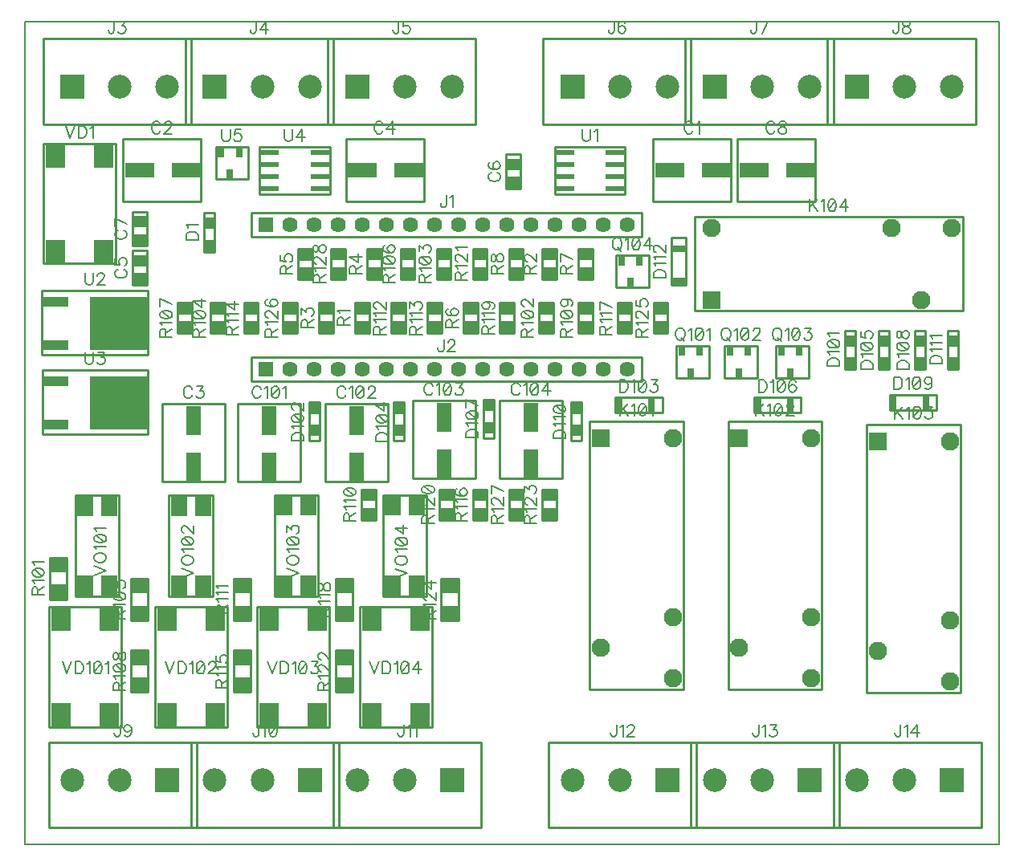
<source format=gbr>
%TF.GenerationSoftware,Novarm,DipTrace,3.0.0.2*%
%TF.CreationDate,2017-03-05T11:54:44+02:00*%
%FSLAX26Y26*%
%MOIN*%
%TF.FileFunction,Drawing,Top*%
%TF.Part,Single*%
%ADD10C,0.009843*%
%ADD11C,0.006*%
%ADD95C,0.00772*%
%ADD26R,0.124016X0.062992*%
%ADD28R,0.062992X0.124016*%
%ADD29R,0.059055X0.051181*%
%ADD30R,0.043307X0.049213*%
%ADD32R,0.031496X0.062992*%
%ADD34R,0.062992X0.031496*%
%TA.AperFunction,ComponentPad*%
%ADD35R,0.06378X0.06378*%
%ADD36C,0.06378*%
%ADD37R,0.098425X0.098425*%
%ADD38C,0.098425*%
%ADD39C,0.076772*%
%ADD40R,0.076772X0.076772*%
%ADD42R,0.025591X0.041339*%
%ADD43R,0.070866X0.062992*%
%ADD44R,0.07874X0.023622*%
%ADD46R,0.108268X0.03937*%
%ADD47R,0.242126X0.218504*%
%ADD48R,0.07874X0.098425*%
%ADD49R,0.066929X0.086614*%
G75*
G01*
%LPD*%
X3000102Y3323921D2*
D10*
X3323921D1*
Y3064079D1*
X3000102D1*
Y3323921D1*
D26*
X3069000Y3194000D3*
X3261913D3*
X800102Y3323921D2*
D10*
X1123921D1*
Y3064079D1*
X800102D1*
Y3323921D1*
D26*
X869000Y3194000D3*
X1061913D3*
X964079Y2225398D2*
D10*
X1223921D1*
Y1901579D1*
X964079D1*
Y2225398D1*
D28*
X1094000Y2156500D3*
Y1963587D3*
X1725102Y3323921D2*
D10*
X2048921D1*
Y3064079D1*
X1725102D1*
Y3323921D1*
D26*
X1794000Y3194000D3*
X1986913D3*
X839472Y2860360D2*
D10*
X898528D1*
Y2718606D1*
X839472D1*
Y2860360D1*
D29*
X869000Y2819000D3*
Y2744197D3*
X2389472Y3260360D2*
D10*
X2448528D1*
Y3118606D1*
X2389472D1*
Y3260360D1*
D29*
X2419000Y3219000D3*
Y3144197D3*
X839472Y3022860D2*
D10*
X898528D1*
Y2881106D1*
X839472D1*
Y3022860D1*
D29*
X869000Y2981500D3*
Y2906697D3*
X3350102Y3323921D2*
D10*
X3673921D1*
Y3064079D1*
X3350102D1*
Y3323921D1*
D26*
X3419000Y3194000D3*
X3611913D3*
X1276579Y2225398D2*
D10*
X1536421D1*
Y1901579D1*
X1276579D1*
Y2225398D1*
D28*
X1406500Y2156500D3*
Y1963587D3*
X1639079Y2225398D2*
D10*
X1898921D1*
Y1901579D1*
X1639079D1*
Y2225398D1*
D28*
X1769000Y2156500D3*
Y1963587D3*
X2001579Y2237898D2*
D10*
X2261421D1*
Y1914079D1*
X2001579D1*
Y2237898D1*
D28*
X2131500Y2169000D3*
Y1976087D3*
X2364079Y2237898D2*
D10*
X2623921D1*
Y1914079D1*
X2364079D1*
Y2237898D1*
D28*
X2494000Y2169000D3*
Y1976087D3*
X1134846Y3017327D2*
D10*
X1178154D1*
Y2856894D1*
X1134846D1*
Y3017327D1*
D30*
X1156500Y2881500D3*
Y2974020D3*
X3797346Y2529827D2*
D10*
X3840654D1*
Y2369394D1*
X3797346D1*
Y2529827D1*
D30*
X3819000Y2394000D3*
Y2486520D3*
X1572346Y2231106D2*
D10*
X1615654D1*
Y2070673D1*
X1572346D1*
Y2231106D1*
D30*
X1594000Y2206500D3*
Y2113980D3*
X2844394Y2250496D2*
D10*
X3039276D1*
Y2187501D1*
X2844394D1*
Y2250496D1*
D32*
X2994000Y2219000D3*
X2860142D3*
X1922346Y2231106D2*
D10*
X1965654D1*
Y2070673D1*
X1922346D1*
Y2231106D1*
D30*
X1944000Y2206500D3*
Y2113980D3*
X3934846Y2529827D2*
D10*
X3978154D1*
Y2369394D1*
X3934846D1*
Y2529827D1*
D30*
X3956500Y2394000D3*
Y2486520D3*
X3419394Y2250496D2*
D10*
X3614276D1*
Y2187501D1*
X3419394D1*
Y2250496D1*
D32*
X3569000Y2219000D3*
X3435142D3*
X2297346Y2243606D2*
D10*
X2340654D1*
Y2083173D1*
X2297346D1*
Y2243606D1*
D30*
X2319000Y2219000D3*
Y2126480D3*
X4084846Y2529827D2*
D10*
X4128154D1*
Y2369394D1*
X4084846D1*
Y2529827D1*
D30*
X4106500Y2394000D3*
Y2486520D3*
X3981894Y2262996D2*
D10*
X4176776D1*
Y2200001D1*
X3981894D1*
Y2262996D1*
D32*
X4131500Y2231500D3*
X3997642D3*
X2659846Y2231106D2*
D10*
X2703154D1*
Y2070673D1*
X2659846D1*
Y2231106D1*
D30*
X2681500Y2206500D3*
Y2113980D3*
X4222346Y2529827D2*
D10*
X4265654D1*
Y2369394D1*
X4222346D1*
Y2529827D1*
D30*
X4244000Y2394000D3*
Y2486520D3*
X3075004Y2914276D2*
D10*
X3137999D1*
Y2719394D1*
X3075004D1*
Y2914276D1*
D34*
X3106500Y2869000D3*
Y2735142D3*
X1334157Y3018213D2*
D10*
X2953843D1*
Y2919787D1*
X1334157D1*
Y3018213D1*
D35*
X1394000Y2969000D3*
D36*
X1494000D3*
X1594000D3*
X1694000D3*
X1794000D3*
X1894000D3*
X1994000D3*
X2094000D3*
X2194000D3*
X2294000D3*
X2394000D3*
X2494000D3*
X2594000D3*
X2694000D3*
X2794000D3*
X2894000D3*
X1334157Y2418213D2*
D10*
X2953843D1*
Y2319787D1*
X1334157D1*
Y2418213D1*
D35*
X1394000Y2369000D3*
D36*
X1494000D3*
X1594000D3*
X1694000D3*
X1794000D3*
X1894000D3*
X1994000D3*
X2094000D3*
X2194000D3*
X2294000D3*
X2394000D3*
X2494000D3*
X2594000D3*
X2694000D3*
X2794000D3*
X2894000D3*
X468803Y3740457D2*
D10*
X1082976D1*
Y3386126D1*
X468803D1*
Y3740457D1*
D37*
X590850Y3543606D3*
D38*
X787701D3*
X984551D3*
X1059354Y3740457D2*
D10*
X1673528D1*
Y3386126D1*
X1059354D1*
Y3740457D1*
D37*
X1181402Y3543606D3*
D38*
X1378252D3*
X1575102D3*
X1649906Y3740457D2*
D10*
X2264079D1*
Y3386126D1*
X1649906D1*
Y3740457D1*
D37*
X1771953Y3543606D3*
D38*
X1968803D3*
X2165654D3*
X2543606Y3740457D2*
D10*
X3157780D1*
Y3386126D1*
X2543606D1*
Y3740457D1*
D37*
X2665654Y3543606D3*
D38*
X2862504D3*
X3059354D3*
X3134157Y3740457D2*
D10*
X3748331D1*
Y3386126D1*
X3134157D1*
Y3740457D1*
D37*
X3256205Y3543606D3*
D38*
X3453055D3*
X3649906D3*
X3724709Y3740457D2*
D10*
X4338882D1*
Y3386126D1*
X3724709D1*
Y3740457D1*
D37*
X3846756Y3543606D3*
D38*
X4043606D3*
X4240457D3*
X492425Y819197D2*
D10*
X1106598D1*
Y464866D1*
X492425D1*
Y819197D1*
D37*
X984551Y661717D3*
D38*
X787701D3*
X590850D3*
X1082976Y819197D2*
D10*
X1697150D1*
Y464866D1*
X1082976D1*
Y819197D1*
D37*
X1575102Y661717D3*
D38*
X1378252D3*
X1181402D3*
X1673528Y819197D2*
D10*
X2287701D1*
Y464866D1*
X1673528D1*
Y819197D1*
D37*
X2165654Y661717D3*
D38*
X1968803D3*
X1771953D3*
X2567228Y819197D2*
D10*
X3181402D1*
Y464866D1*
X2567228D1*
Y819197D1*
D37*
X3059354Y661717D3*
D38*
X2862504D3*
X2665654D3*
X3157780Y819197D2*
D10*
X3771953D1*
Y464866D1*
X3157780D1*
Y819197D1*
D37*
X3649906Y661717D3*
D38*
X3453055D3*
X3256205D3*
X3748331Y819197D2*
D10*
X4362504D1*
Y464866D1*
X3748331D1*
Y819197D1*
D37*
X4240457Y661717D3*
D38*
X4043606D3*
X3846756D3*
X2736618Y2152366D2*
D10*
X3126382D1*
Y1038193D1*
X2736618D1*
Y2152366D1*
D39*
X3081500Y2081500D3*
D40*
X2781500D3*
D39*
X3081500Y1337406D3*
X2781500Y1211421D3*
X3081500Y1085437D3*
X3311618Y2152366D2*
D10*
X3701382D1*
Y1038193D1*
X3311618D1*
Y2152366D1*
D39*
X3656500Y2081500D3*
D40*
X3356500D3*
D39*
X3656500Y1337406D3*
X3356500Y1211421D3*
X3656500Y1085437D3*
X3886618Y2139866D2*
D10*
X4276382D1*
Y1025693D1*
X3886618D1*
Y2139866D1*
D39*
X4231500Y2069000D3*
D40*
X3931500D3*
D39*
X4231500Y1324906D3*
X3931500Y1198921D3*
X4231500Y1072937D3*
X3173134Y3001382D2*
D10*
X4287307D1*
Y2611618D1*
X3173134D1*
Y3001382D1*
D39*
X3244000Y2956500D3*
D40*
Y2656500D3*
D39*
X3988094Y2956500D3*
X4114079Y2656500D3*
X4240063Y2956500D3*
X3097543Y2466420D2*
D10*
X3232551D1*
Y2332780D1*
X3097543D1*
Y2466420D1*
D42*
X3194000Y2444000D3*
X3119197D3*
X3156598Y2353449D3*
X3297543Y2466420D2*
D10*
X3432551D1*
Y2332780D1*
X3297543D1*
Y2466420D1*
D42*
X3394000Y2444000D3*
X3319197D3*
X3356598Y2353449D3*
X3510043Y2466420D2*
D10*
X3645051D1*
Y2332780D1*
X3510043D1*
Y2466420D1*
D42*
X3606500Y2444000D3*
X3531697D3*
X3569098Y2353449D3*
X2847543Y2841420D2*
D10*
X2982551D1*
Y2707780D1*
X2847543D1*
Y2841420D1*
D42*
X2944000Y2819000D3*
X2869197D3*
X2906598Y2728449D3*
X1764472Y2644992D2*
D10*
X1823528D1*
Y2519008D1*
X1764472D1*
Y2644992D1*
D29*
X1794000Y2544598D3*
Y2619402D3*
X2539472Y2869394D2*
D10*
X2598528D1*
Y2743409D1*
X2539472D1*
Y2869394D1*
D29*
X2569000Y2769000D3*
Y2843803D3*
X1614472Y2644591D2*
D10*
X1673528D1*
Y2518606D1*
X1614472D1*
Y2644591D1*
D29*
X1644000Y2619000D3*
Y2544197D3*
X1814472Y2869394D2*
D10*
X1873528D1*
Y2743409D1*
X1814472D1*
Y2869394D1*
D29*
X1844000Y2769000D3*
Y2843803D3*
X1526972Y2868992D2*
D10*
X1586028D1*
Y2743008D1*
X1526972D1*
Y2868992D1*
D29*
X1556500Y2768598D3*
Y2843402D3*
X2214472Y2644394D2*
D10*
X2273528D1*
Y2518409D1*
X2214472D1*
Y2644394D1*
D29*
X2244000Y2544000D3*
Y2618803D3*
X2689472Y2869394D2*
D10*
X2748528D1*
Y2743409D1*
X2689472D1*
Y2869394D1*
D29*
X2719000Y2769000D3*
Y2843803D3*
X2401972Y2869394D2*
D10*
X2461028D1*
Y2743409D1*
X2401972D1*
Y2869394D1*
D29*
X2431500Y2769000D3*
Y2843803D3*
X496067Y1585732D2*
D10*
X566933D1*
Y1412504D1*
X496067D1*
Y1585732D1*
D43*
X531500Y1444000D3*
Y1554236D3*
X2526972Y2644394D2*
D10*
X2586028D1*
Y2518409D1*
X2526972D1*
Y2644394D1*
D29*
X2556500Y2544000D3*
Y2618803D3*
X2101972Y2869394D2*
D10*
X2161028D1*
Y2743409D1*
X2101972D1*
Y2869394D1*
D29*
X2131500Y2769000D3*
Y2843803D3*
X1164472Y2644992D2*
D10*
X1223528D1*
Y2519008D1*
X1164472D1*
Y2644992D1*
D29*
X1194000Y2544598D3*
Y2619402D3*
X833567Y1498614D2*
D10*
X904433D1*
Y1325386D1*
X833567D1*
Y1498614D1*
D43*
X869000Y1356882D3*
Y1467118D3*
X1951972Y2869394D2*
D10*
X2011028D1*
Y2743409D1*
X1951972D1*
Y2869394D1*
D29*
X1981500Y2769000D3*
Y2843803D3*
X1026972Y2644992D2*
D10*
X1086028D1*
Y2519008D1*
X1026972D1*
Y2644992D1*
D29*
X1056500Y2619402D3*
Y2544598D3*
X833567Y1200496D2*
D10*
X904433D1*
Y1027268D1*
X833567D1*
Y1200496D1*
D43*
X869000Y1169000D3*
Y1058764D3*
X2689472Y2644394D2*
D10*
X2748528D1*
Y2518409D1*
X2689472D1*
Y2644394D1*
D29*
X2719000Y2544000D3*
Y2618803D3*
X1789472Y1869591D2*
D10*
X1848528D1*
Y1743606D1*
X1789472D1*
Y1869591D1*
D29*
X1819000Y1844000D3*
Y1769197D3*
X1258567Y1498614D2*
D10*
X1329433D1*
Y1325386D1*
X1258567D1*
Y1498614D1*
D43*
X1294000Y1356882D3*
Y1467118D3*
X1914472Y2644394D2*
D10*
X1973528D1*
Y2518409D1*
X1914472D1*
Y2644394D1*
D29*
X1944000Y2544000D3*
Y2618803D3*
X2064472Y2644591D2*
D10*
X2123528D1*
Y2518606D1*
X2064472D1*
Y2644591D1*
D29*
X2094000Y2619000D3*
Y2544197D3*
X1301972Y2644591D2*
D10*
X1361028D1*
Y2518606D1*
X1301972D1*
Y2644591D1*
D29*
X1331500Y2619000D3*
Y2544197D3*
X1258567Y1200496D2*
D10*
X1329433D1*
Y1027268D1*
X1258567D1*
Y1200496D1*
D43*
X1294000Y1169000D3*
Y1058764D3*
X2251972Y1869394D2*
D10*
X2311028D1*
Y1743409D1*
X2251972D1*
Y1869394D1*
D29*
X2281500Y1769000D3*
Y1843803D3*
X2851972Y2644394D2*
D10*
X2911028D1*
Y2518409D1*
X2851972D1*
Y2644394D1*
D29*
X2881500Y2544000D3*
Y2618803D3*
X1683567Y1498614D2*
D10*
X1754433D1*
Y1325386D1*
X1683567D1*
Y1498614D1*
D43*
X1719000Y1356882D3*
Y1467118D3*
X2364472Y2644394D2*
D10*
X2423528D1*
Y2518409D1*
X2364472D1*
Y2644394D1*
D29*
X2394000Y2618803D3*
Y2544000D3*
X2114472Y1869394D2*
D10*
X2173528D1*
Y1743409D1*
X2114472D1*
Y1869394D1*
D29*
X2144000Y1769000D3*
Y1843803D3*
X2251972Y2869394D2*
D10*
X2311028D1*
Y2743409D1*
X2251972D1*
Y2869394D1*
D29*
X2281500Y2769000D3*
Y2843803D3*
X1683567Y1200496D2*
D10*
X1754433D1*
Y1027268D1*
X1683567D1*
Y1200496D1*
D43*
X1719000Y1169000D3*
Y1058764D3*
X2539472Y1869394D2*
D10*
X2598528D1*
Y1743409D1*
X2539472D1*
Y1869394D1*
D29*
X2569000Y1769000D3*
Y1843803D3*
X2121067Y1498614D2*
D10*
X2191933D1*
Y1325386D1*
X2121067D1*
Y1498614D1*
D43*
X2156500Y1356882D3*
Y1467118D3*
X3001972Y2644394D2*
D10*
X3061028D1*
Y2518409D1*
X3001972D1*
Y2644394D1*
D29*
X3031500Y2544000D3*
Y2618803D3*
X1464472Y2644591D2*
D10*
X1523528D1*
Y2518606D1*
X1464472D1*
Y2644591D1*
D29*
X1494000Y2619000D3*
Y2544197D3*
X2401972Y1869591D2*
D10*
X2461028D1*
Y1743606D1*
X2401972D1*
Y1869591D1*
D29*
X2431500Y1844000D3*
Y1769197D3*
X1664472Y2869394D2*
D10*
X1723528D1*
Y2743409D1*
X1664472D1*
Y2869394D1*
D29*
X1694000Y2769000D3*
Y2843803D3*
X2592130Y3292427D2*
D10*
X2883469D1*
Y3095573D1*
X2592130D1*
Y3292427D1*
D44*
X2631500Y3269000D3*
Y3219000D3*
Y3169000D3*
Y3119000D3*
X2844098D3*
Y3169000D3*
Y3219000D3*
Y3269000D3*
X464512Y2695462D2*
D10*
X903488D1*
Y2428848D1*
X464512D1*
Y2695462D1*
D46*
X518646Y2648528D3*
Y2469000D3*
D47*
X782425Y2558764D3*
X464866Y2365934D2*
D10*
X903843D1*
Y2099320D1*
X464866D1*
Y2365934D1*
D46*
X519000Y2319000D3*
Y2139472D3*
D47*
X782780Y2229236D3*
X1367031Y3292427D2*
D10*
X1658370D1*
Y3095573D1*
X1367031D1*
Y3292427D1*
D44*
X1619000Y3119000D3*
Y3169000D3*
Y3219000D3*
Y3269000D3*
X1406402D3*
Y3219000D3*
Y3169000D3*
Y3119000D3*
X1185043Y3291420D2*
D10*
X1320051D1*
Y3157780D1*
X1185043D1*
Y3291420D1*
D42*
X1281500Y3269000D3*
X1206697D3*
X1244098Y3178449D3*
X469000Y3305713D2*
D10*
X769000D1*
Y2807287D1*
X469000D1*
Y3305713D1*
D48*
X719000Y2856500D3*
X519000D3*
X719000Y3256500D3*
X519000D3*
X494000Y1380713D2*
D10*
X794000D1*
Y882287D1*
X494000D1*
Y1380713D1*
D48*
X544000Y1331500D3*
X744000D3*
X544000Y931500D3*
X744000D3*
X931500Y1380713D2*
D10*
X1231500D1*
Y882287D1*
X931500D1*
Y1380713D1*
D48*
X981500Y1331500D3*
X1181500D3*
X981500Y931500D3*
X1181500D3*
X1356500Y1380713D2*
D10*
X1656500D1*
Y882287D1*
X1356500D1*
Y1380713D1*
D48*
X1406500Y1331500D3*
X1606500D3*
X1406500Y931500D3*
X1606500D3*
X1781500Y1380713D2*
D10*
X2081500D1*
Y882287D1*
X1781500D1*
Y1380713D1*
D48*
X1831500Y1331500D3*
X2031500D3*
X1831500Y931500D3*
X2031500D3*
X603449Y1846630D2*
D10*
X784551D1*
Y1425370D1*
X603449D1*
Y1846630D1*
D49*
X644000Y1468677D3*
X744000D3*
Y1803323D3*
X644000D3*
X990949Y1846630D2*
D10*
X1172051D1*
Y1425370D1*
X990949D1*
Y1846630D1*
D49*
X1031500Y1468677D3*
X1131500D3*
Y1803323D3*
X1031500D3*
X1428449Y1846953D2*
D10*
X1609551D1*
Y1425693D1*
X1428449D1*
Y1846953D1*
D49*
X1469000Y1469000D3*
X1569000D3*
Y1803646D3*
X1469000D3*
X1878449Y1846953D2*
D10*
X2059551D1*
Y1425693D1*
X1878449D1*
Y1846953D1*
D49*
X1919000Y1469000D3*
X2019000D3*
Y1803646D3*
X1919000D3*
X3166230Y3385206D2*
D95*
X3163854Y3389959D1*
X3159045Y3394768D1*
X3154292Y3397144D1*
X3144731D1*
X3139922Y3394768D1*
X3135169Y3389959D1*
X3132737Y3385206D1*
X3130360Y3378021D1*
Y3366028D1*
X3132737Y3358898D1*
X3135169Y3354089D1*
X3139922Y3349336D1*
X3144731Y3346904D1*
X3154292D1*
X3159045Y3349336D1*
X3163854Y3354089D1*
X3166230Y3358898D1*
X3181670Y3387527D2*
X3186478Y3389959D1*
X3193663Y3397089D1*
Y3346904D1*
X955480Y3385206D2*
X953104Y3389959D1*
X948295Y3394768D1*
X943542Y3397144D1*
X933981D1*
X929172Y3394768D1*
X924419Y3389959D1*
X921987Y3385206D1*
X919611Y3378021D1*
Y3366028D1*
X921987Y3358898D1*
X924419Y3354089D1*
X929172Y3349336D1*
X933981Y3346904D1*
X943542D1*
X948295Y3349336D1*
X953104Y3354089D1*
X955480Y3358898D1*
X973352Y3385151D2*
Y3387527D1*
X975728Y3392336D1*
X978105Y3394712D1*
X982913Y3397089D1*
X992475D1*
X997228Y3394712D1*
X999605Y3392336D1*
X1002036Y3387527D1*
Y3382774D1*
X999605Y3377966D1*
X994851Y3370836D1*
X970920Y3346904D1*
X1004413D1*
X1087469Y2286682D2*
X1085092Y2291436D1*
X1080284Y2296244D1*
X1075530Y2298621D1*
X1065969D1*
X1061160Y2296244D1*
X1056407Y2291436D1*
X1053975Y2286682D1*
X1051599Y2279497D1*
Y2267504D1*
X1053975Y2260374D1*
X1056407Y2255566D1*
X1061160Y2250813D1*
X1065969Y2248381D1*
X1075530D1*
X1080284Y2250813D1*
X1085092Y2255566D1*
X1087469Y2260374D1*
X1107716Y2298565D2*
X1133969D1*
X1119655Y2279442D1*
X1126840D1*
X1131593Y2277066D1*
X1133969Y2274689D1*
X1136401Y2267504D1*
Y2262751D1*
X1133969Y2255566D1*
X1129216Y2250757D1*
X1122031Y2248381D1*
X1114846D1*
X1107716Y2250757D1*
X1105340Y2253189D1*
X1102908Y2257942D1*
X1879292Y3385206D2*
X1876916Y3389959D1*
X1872107Y3394768D1*
X1867354Y3397144D1*
X1857792D1*
X1852984Y3394768D1*
X1848231Y3389959D1*
X1845799Y3385206D1*
X1843422Y3378021D1*
Y3366028D1*
X1845799Y3358898D1*
X1848231Y3354089D1*
X1852984Y3349336D1*
X1857792Y3346904D1*
X1867354D1*
X1872107Y3349336D1*
X1876916Y3354089D1*
X1879292Y3358898D1*
X1918663Y3346904D2*
Y3397089D1*
X1894731Y3363651D1*
X1930601D1*
X778188Y2782952D2*
X773434Y2780575D1*
X768626Y2775767D1*
X766249Y2771014D1*
Y2761452D1*
X768626Y2756643D1*
X773434Y2751890D1*
X778188Y2749458D1*
X785373Y2747082D1*
X797366D1*
X804496Y2749458D1*
X809304Y2751890D1*
X814058Y2756643D1*
X816489Y2761452D1*
Y2771013D1*
X814058Y2775767D1*
X809304Y2780575D1*
X804496Y2782952D1*
X766305Y2827076D2*
Y2803199D1*
X787805Y2800823D1*
X785428Y2803199D1*
X782996Y2810384D1*
Y2817514D1*
X785428Y2824699D1*
X790181Y2829508D1*
X797366Y2831884D1*
X802119D1*
X809304Y2829508D1*
X814113Y2824699D1*
X816489Y2817514D1*
Y2810384D1*
X814113Y2803199D1*
X811681Y2800823D1*
X806928Y2798391D1*
X2328188Y3184168D2*
X2323434Y3181791D1*
X2318626Y3176983D1*
X2316249Y3172229D1*
Y3162668D1*
X2318626Y3157859D1*
X2323434Y3153106D1*
X2328188Y3150674D1*
X2335373Y3148298D1*
X2347366D1*
X2354496Y3150674D1*
X2359304Y3153106D1*
X2364058Y3157859D1*
X2366489Y3162668D1*
Y3172229D1*
X2364058Y3176983D1*
X2359304Y3181791D1*
X2354496Y3184168D1*
X2323434Y3228292D2*
X2318681Y3225915D1*
X2316305Y3218730D1*
Y3213977D1*
X2318681Y3206792D1*
X2325866Y3201983D1*
X2337805Y3199607D1*
X2349743D1*
X2359304Y3201983D1*
X2364113Y3206792D1*
X2366489Y3213977D1*
Y3216353D1*
X2364113Y3223483D1*
X2359304Y3228292D1*
X2352119Y3230668D1*
X2349743D1*
X2342558Y3228292D1*
X2337805Y3223483D1*
X2335428Y3216354D1*
Y3213977D1*
X2337805Y3206792D1*
X2342558Y3201983D1*
X2349743Y3199607D1*
X778188Y2945452D2*
X773434Y2943075D1*
X768626Y2938267D1*
X766249Y2933514D1*
Y2923952D1*
X768626Y2919143D1*
X773434Y2914390D1*
X778188Y2911958D1*
X785373Y2909582D1*
X797366D1*
X804496Y2911958D1*
X809304Y2914390D1*
X814058Y2919143D1*
X816489Y2923952D1*
Y2933513D1*
X814058Y2938267D1*
X809304Y2943075D1*
X804496Y2945452D1*
X816489Y2970452D2*
X766305Y2994384D1*
Y2960891D1*
X3505508Y3385206D2*
X3503132Y3389959D1*
X3498323Y3394768D1*
X3493570Y3397144D1*
X3484008D1*
X3479200Y3394768D1*
X3474447Y3389959D1*
X3472015Y3385206D1*
X3469638Y3378021D1*
Y3366028D1*
X3472015Y3358898D1*
X3474447Y3354089D1*
X3479200Y3349336D1*
X3484008Y3346904D1*
X3493570D1*
X3498323Y3349336D1*
X3503132Y3354089D1*
X3505508Y3358898D1*
X3532886Y3397089D2*
X3525756Y3394712D1*
X3523324Y3389959D1*
Y3385151D1*
X3525756Y3380398D1*
X3530509Y3377966D1*
X3540071Y3375589D1*
X3547256Y3373213D1*
X3552009Y3368404D1*
X3554385Y3363651D1*
Y3356466D1*
X3552009Y3351713D1*
X3549632Y3349281D1*
X3542447Y3346904D1*
X3532886D1*
X3525756Y3349281D1*
X3523324Y3351713D1*
X3520947Y3356466D1*
Y3363651D1*
X3523324Y3368404D1*
X3528132Y3373213D1*
X3535262Y3375589D1*
X3544824Y3377966D1*
X3549632Y3380398D1*
X3552009Y3385151D1*
Y3389959D1*
X3549632Y3394712D1*
X3542447Y3397089D1*
X3532886D1*
X1372536Y2286682D2*
X1370159Y2291436D1*
X1365351Y2296244D1*
X1360598Y2298621D1*
X1351036D1*
X1346228Y2296244D1*
X1341474Y2291436D1*
X1339043Y2286682D1*
X1336666Y2279497D1*
Y2267504D1*
X1339043Y2260374D1*
X1341474Y2255566D1*
X1346228Y2250813D1*
X1351036Y2248381D1*
X1360598D1*
X1365351Y2250813D1*
X1370159Y2255566D1*
X1372536Y2260374D1*
X1387975Y2289004D2*
X1392784Y2291436D1*
X1399969Y2298565D1*
Y2248381D1*
X1429778Y2298565D2*
X1422593Y2296189D1*
X1417785Y2289004D1*
X1415408Y2277066D1*
Y2269881D1*
X1417785Y2257942D1*
X1422593Y2250757D1*
X1429778Y2248381D1*
X1434531D1*
X1441716Y2250757D1*
X1446469Y2257942D1*
X1448901Y2269881D1*
Y2277066D1*
X1446469Y2289004D1*
X1441716Y2296189D1*
X1434531Y2298565D1*
X1429778D1*
X1446469Y2289004D2*
X1417785Y2257942D1*
X1464341Y2289004D2*
X1469149Y2291436D1*
X1476334Y2298565D1*
Y2248381D1*
X1724286Y2286682D2*
X1721909Y2291436D1*
X1717101Y2296244D1*
X1712348Y2298621D1*
X1702786D1*
X1697978Y2296244D1*
X1693225Y2291436D1*
X1690793Y2286682D1*
X1688416Y2279497D1*
Y2267504D1*
X1690793Y2260374D1*
X1693225Y2255566D1*
X1697978Y2250813D1*
X1702786Y2248381D1*
X1712348D1*
X1717101Y2250813D1*
X1721909Y2255566D1*
X1724286Y2260374D1*
X1739725Y2289004D2*
X1744534Y2291436D1*
X1751719Y2298565D1*
Y2248381D1*
X1781528Y2298565D2*
X1774343Y2296189D1*
X1769535Y2289004D1*
X1767158Y2277066D1*
Y2269881D1*
X1769535Y2257942D1*
X1774343Y2250757D1*
X1781528Y2248381D1*
X1786281D1*
X1793466Y2250757D1*
X1798219Y2257942D1*
X1800651Y2269881D1*
Y2277066D1*
X1798219Y2289004D1*
X1793466Y2296189D1*
X1786281Y2298565D1*
X1781528D1*
X1798219Y2289004D2*
X1769535Y2257942D1*
X1818522Y2286627D2*
Y2289004D1*
X1820899Y2293812D1*
X1823276Y2296189D1*
X1828084Y2298565D1*
X1837646D1*
X1842399Y2296189D1*
X1844775Y2293812D1*
X1847207Y2289004D1*
Y2284251D1*
X1844775Y2279442D1*
X1840022Y2272312D1*
X1816091Y2248381D1*
X1849584D1*
X2086786Y2299182D2*
X2084409Y2303936D1*
X2079601Y2308744D1*
X2074848Y2311121D1*
X2065286D1*
X2060478Y2308744D1*
X2055725Y2303936D1*
X2053293Y2299182D1*
X2050916Y2291997D1*
Y2280004D1*
X2053293Y2272874D1*
X2055725Y2268066D1*
X2060478Y2263313D1*
X2065286Y2260881D1*
X2074848D1*
X2079601Y2263313D1*
X2084409Y2268066D1*
X2086786Y2272874D1*
X2102225Y2301504D2*
X2107034Y2303936D1*
X2114219Y2311065D1*
Y2260881D1*
X2144028Y2311065D2*
X2136843Y2308689D1*
X2132035Y2301504D1*
X2129658Y2289566D1*
Y2282381D1*
X2132035Y2270442D1*
X2136843Y2263257D1*
X2144028Y2260881D1*
X2148781D1*
X2155966Y2263257D1*
X2160719Y2270442D1*
X2163151Y2282381D1*
Y2289566D1*
X2160719Y2301504D1*
X2155966Y2308689D1*
X2148781Y2311065D1*
X2144028D1*
X2160719Y2301504D2*
X2132035Y2270442D1*
X2183399Y2311065D2*
X2209652D1*
X2195337Y2291942D1*
X2202522D1*
X2207275Y2289566D1*
X2209652Y2287189D1*
X2212084Y2280004D1*
Y2275251D1*
X2209652Y2268066D1*
X2204899Y2263257D1*
X2197714Y2260881D1*
X2190529D1*
X2183399Y2263257D1*
X2181022Y2265689D1*
X2178591Y2270442D1*
X2448098Y2299182D2*
X2445721Y2303936D1*
X2440913Y2308744D1*
X2436159Y2311121D1*
X2426598D1*
X2421789Y2308744D1*
X2417036Y2303936D1*
X2414604Y2299182D1*
X2412228Y2291997D1*
Y2280004D1*
X2414604Y2272874D1*
X2417036Y2268066D1*
X2421789Y2263313D1*
X2426598Y2260881D1*
X2436159D1*
X2440913Y2263313D1*
X2445721Y2268066D1*
X2448098Y2272874D1*
X2463537Y2301504D2*
X2468345Y2303936D1*
X2475530Y2311065D1*
Y2260881D1*
X2505340Y2311065D2*
X2498155Y2308689D1*
X2493346Y2301504D1*
X2490970Y2289566D1*
Y2282381D1*
X2493346Y2270442D1*
X2498155Y2263257D1*
X2505340Y2260881D1*
X2510093D1*
X2517278Y2263257D1*
X2522031Y2270442D1*
X2524463Y2282381D1*
Y2289566D1*
X2522031Y2301504D1*
X2517278Y2308689D1*
X2510093Y2311065D1*
X2505340D1*
X2522031Y2301504D2*
X2493346Y2270442D1*
X2563834Y2260881D2*
Y2311065D1*
X2539902Y2277627D1*
X2575772D1*
X1061623Y2906647D2*
X1111863D1*
Y2923394D1*
X1109432Y2930579D1*
X1104678Y2935387D1*
X1099870Y2937764D1*
X1092740Y2940141D1*
X1080747D1*
X1073562Y2937764D1*
X1068808Y2935387D1*
X1064000Y2930579D1*
X1061623Y2923394D1*
Y2906647D1*
X1071240Y2955580D2*
X1068808Y2960388D1*
X1061679Y2967573D1*
X1111863D1*
X3724123Y2380965D2*
X3774363D1*
Y2397711D1*
X3771932Y2404896D1*
X3767178Y2409705D1*
X3762370Y2412081D1*
X3755240Y2414458D1*
X3743247D1*
X3736062Y2412081D1*
X3731308Y2409705D1*
X3726500Y2404896D1*
X3724123Y2397711D1*
Y2380965D1*
X3733740Y2429897D2*
X3731308Y2434706D1*
X3724179Y2441891D1*
X3774363D1*
X3724179Y2471700D2*
X3726555Y2464515D1*
X3733740Y2459706D1*
X3745679Y2457330D1*
X3752864D1*
X3764802Y2459706D1*
X3771987Y2464515D1*
X3774363Y2471700D1*
Y2476453D1*
X3771987Y2483638D1*
X3764802Y2488391D1*
X3752864Y2490823D1*
X3745679D1*
X3733740Y2488391D1*
X3726555Y2483638D1*
X3724179Y2476453D1*
Y2471700D1*
X3733740Y2488391D2*
X3764802Y2459706D1*
X3733740Y2506262D2*
X3731308Y2511071D1*
X3724179Y2518256D1*
X3774363D1*
X1499123Y2071494D2*
X1549363D1*
Y2088241D1*
X1546932Y2095426D1*
X1542178Y2100234D1*
X1537370Y2102611D1*
X1530240Y2104988D1*
X1518247D1*
X1511062Y2102611D1*
X1506308Y2100234D1*
X1501500Y2095426D1*
X1499123Y2088241D1*
Y2071494D1*
X1508740Y2120427D2*
X1506308Y2125235D1*
X1499179Y2132420D1*
X1549363D1*
X1499179Y2162230D2*
X1501555Y2155045D1*
X1508740Y2150236D1*
X1520679Y2147859D1*
X1527864D1*
X1539802Y2150236D1*
X1546987Y2155045D1*
X1549363Y2162230D1*
Y2166983D1*
X1546987Y2174168D1*
X1539802Y2178921D1*
X1527864Y2181353D1*
X1520679D1*
X1508740Y2178921D1*
X1501555Y2174168D1*
X1499179Y2166983D1*
Y2162230D1*
X1508740Y2178921D2*
X1539802Y2150236D1*
X1511117Y2199224D2*
X1508740D1*
X1503932Y2201601D1*
X1501555Y2203977D1*
X1499179Y2208786D1*
Y2218347D1*
X1501555Y2223100D1*
X1503932Y2225477D1*
X1508740Y2227909D1*
X1513494D1*
X1518302Y2225477D1*
X1525432Y2220724D1*
X1549363Y2196792D1*
Y2230285D1*
X2862439Y2323719D2*
Y2273479D1*
X2879186D1*
X2886371Y2275911D1*
X2891179Y2280664D1*
X2893556Y2285473D1*
X2895932Y2292602D1*
Y2304596D1*
X2893556Y2311781D1*
X2891179Y2316534D1*
X2886371Y2321343D1*
X2879186Y2323719D1*
X2862439D1*
X2911372Y2314102D2*
X2916180Y2316534D1*
X2923365Y2323664D1*
Y2273479D1*
X2953174Y2323664D2*
X2945989Y2321287D1*
X2941181Y2314102D1*
X2938804Y2302164D1*
Y2294979D1*
X2941181Y2283041D1*
X2945989Y2275856D1*
X2953174Y2273479D1*
X2957928D1*
X2965113Y2275856D1*
X2969866Y2283041D1*
X2972298Y2294979D1*
Y2302164D1*
X2969866Y2314102D1*
X2965113Y2321287D1*
X2957928Y2323664D1*
X2953174D1*
X2969866Y2314102D2*
X2941181Y2283041D1*
X2992545Y2323664D2*
X3018798D1*
X3004484Y2304541D1*
X3011669D1*
X3016422Y2302164D1*
X3018798Y2299787D1*
X3021230Y2292602D1*
Y2287849D1*
X3018798Y2280664D1*
X3014045Y2275856D1*
X3006860Y2273479D1*
X2999675D1*
X2992545Y2275856D1*
X2990169Y2278288D1*
X2987737Y2283041D1*
X1849123Y2070306D2*
X1899363D1*
Y2087053D1*
X1896932Y2094238D1*
X1892178Y2099046D1*
X1887370Y2101423D1*
X1880240Y2103799D1*
X1868247D1*
X1861062Y2101423D1*
X1856308Y2099046D1*
X1851500Y2094238D1*
X1849123Y2087053D1*
Y2070306D1*
X1858740Y2119239D2*
X1856308Y2124047D1*
X1849179Y2131232D1*
X1899363D1*
X1849179Y2161041D2*
X1851555Y2153856D1*
X1858740Y2149048D1*
X1870679Y2146671D1*
X1877864D1*
X1889802Y2149048D1*
X1896987Y2153856D1*
X1899363Y2161041D1*
Y2165794D1*
X1896987Y2172979D1*
X1889802Y2177733D1*
X1877864Y2180165D1*
X1870679D1*
X1858740Y2177733D1*
X1851555Y2172980D1*
X1849179Y2165794D1*
Y2161041D1*
X1858740Y2177733D2*
X1889802Y2149048D1*
X1899363Y2219535D2*
X1849179D1*
X1882617Y2195604D1*
Y2231474D1*
X3861623Y2370215D2*
X3911863D1*
Y2386961D1*
X3909432Y2394146D1*
X3904678Y2398955D1*
X3899870Y2401331D1*
X3892740Y2403708D1*
X3880747D1*
X3873562Y2401331D1*
X3868808Y2398955D1*
X3864000Y2394146D1*
X3861623Y2386961D1*
Y2370215D1*
X3871240Y2419147D2*
X3868808Y2423956D1*
X3861679Y2431141D1*
X3911863D1*
X3861679Y2460950D2*
X3864055Y2453765D1*
X3871240Y2448957D1*
X3883179Y2446580D1*
X3890364D1*
X3902302Y2448957D1*
X3909487Y2453765D1*
X3911863Y2460950D1*
Y2465703D1*
X3909487Y2472888D1*
X3902302Y2477641D1*
X3890364Y2480073D1*
X3883179D1*
X3871240Y2477641D1*
X3864055Y2472888D1*
X3861679Y2465703D1*
Y2460950D1*
X3871240Y2477641D2*
X3902302Y2448957D1*
X3861679Y2524197D2*
Y2500321D1*
X3883179Y2497944D1*
X3880802Y2500321D1*
X3878370Y2507506D1*
Y2514636D1*
X3880802Y2521821D1*
X3885555Y2526629D1*
X3892740Y2529006D1*
X3897493D1*
X3904678Y2526629D1*
X3909487Y2521821D1*
X3911863Y2514636D1*
Y2507506D1*
X3909487Y2500321D1*
X3907055Y2497944D1*
X3902302Y2495513D1*
X3438655Y2323719D2*
Y2273479D1*
X3455402D1*
X3462587Y2275911D1*
X3467395Y2280664D1*
X3469772Y2285473D1*
X3472148Y2292602D1*
Y2304596D1*
X3469772Y2311781D1*
X3467395Y2316534D1*
X3462587Y2321343D1*
X3455402Y2323719D1*
X3438655D1*
X3487588Y2314102D2*
X3492396Y2316534D1*
X3499581Y2323664D1*
Y2273479D1*
X3529390Y2323664D2*
X3522205Y2321287D1*
X3517397Y2314102D1*
X3515020Y2302164D1*
Y2294979D1*
X3517397Y2283041D1*
X3522205Y2275856D1*
X3529390Y2273479D1*
X3534144D1*
X3541329Y2275856D1*
X3546082Y2283041D1*
X3548514Y2294979D1*
Y2302164D1*
X3546082Y2314102D1*
X3541329Y2321287D1*
X3534144Y2323664D1*
X3529390D1*
X3546082Y2314102D2*
X3517397Y2283041D1*
X3592638Y2316534D2*
X3590261Y2321287D1*
X3583076Y2323664D1*
X3578323D1*
X3571138Y2321287D1*
X3566329Y2314102D1*
X3563953Y2302164D1*
Y2290226D1*
X3566329Y2280664D1*
X3571138Y2275856D1*
X3578323Y2273479D1*
X3580700D1*
X3587829Y2275856D1*
X3592638Y2280664D1*
X3595014Y2287849D1*
Y2290226D1*
X3592638Y2297411D1*
X3587829Y2302164D1*
X3580700Y2304541D1*
X3578323D1*
X3571138Y2302164D1*
X3566329Y2297411D1*
X3563953Y2290226D1*
X2224123Y2083994D2*
X2274363D1*
Y2100741D1*
X2271932Y2107926D1*
X2267178Y2112734D1*
X2262370Y2115111D1*
X2255240Y2117488D1*
X2243247D1*
X2236062Y2115111D1*
X2231308Y2112734D1*
X2226500Y2107926D1*
X2224123Y2100741D1*
Y2083994D1*
X2233740Y2132927D2*
X2231308Y2137735D1*
X2224179Y2144920D1*
X2274363D1*
X2224179Y2174730D2*
X2226555Y2167545D1*
X2233740Y2162736D1*
X2245679Y2160359D1*
X2252864D1*
X2264802Y2162736D1*
X2271987Y2167545D1*
X2274363Y2174730D1*
Y2179483D1*
X2271987Y2186668D1*
X2264802Y2191421D1*
X2252864Y2193853D1*
X2245679D1*
X2233740Y2191421D1*
X2226555Y2186668D1*
X2224179Y2179483D1*
Y2174730D1*
X2233740Y2191421D2*
X2264802Y2162736D1*
X2274363Y2218854D2*
X2224179Y2242785D1*
Y2209292D1*
X4011623Y2370242D2*
X4061863D1*
Y2386989D1*
X4059432Y2394174D1*
X4054678Y2398982D1*
X4049870Y2401359D1*
X4042740Y2403736D1*
X4030747D1*
X4023562Y2401359D1*
X4018808Y2398983D1*
X4014000Y2394174D1*
X4011623Y2386989D1*
Y2370242D1*
X4021240Y2419175D2*
X4018808Y2423983D1*
X4011679Y2431168D1*
X4061863D1*
X4011679Y2460978D2*
X4014055Y2453793D1*
X4021240Y2448984D1*
X4033179Y2446608D1*
X4040364D1*
X4052302Y2448984D1*
X4059487Y2453793D1*
X4061863Y2460978D1*
Y2465731D1*
X4059487Y2472916D1*
X4052302Y2477669D1*
X4040364Y2480101D1*
X4033179D1*
X4021240Y2477669D1*
X4014055Y2472916D1*
X4011679Y2465731D1*
Y2460978D1*
X4021240Y2477669D2*
X4052302Y2448984D1*
X4011679Y2507478D2*
X4014055Y2500349D1*
X4018808Y2497917D1*
X4023617D1*
X4028370Y2500349D1*
X4030802Y2505102D1*
X4033179Y2514663D1*
X4035555Y2521848D1*
X4040364Y2526602D1*
X4045117Y2528978D1*
X4052302D1*
X4057055Y2526602D1*
X4059487Y2524225D1*
X4061863Y2517040D1*
Y2507478D1*
X4059487Y2500349D1*
X4057055Y2497917D1*
X4052302Y2495540D1*
X4045117D1*
X4040364Y2497917D1*
X4035555Y2502725D1*
X4033179Y2509855D1*
X4030802Y2519417D1*
X4028370Y2524225D1*
X4023617Y2526602D1*
X4018808D1*
X4014055Y2524225D1*
X4011679Y2517040D1*
Y2507478D1*
X4001127Y2336219D2*
Y2285979D1*
X4017874D1*
X4025059Y2288411D1*
X4029867Y2293164D1*
X4032244Y2297973D1*
X4034621Y2305102D1*
Y2317096D1*
X4032244Y2324281D1*
X4029867Y2329034D1*
X4025059Y2333843D1*
X4017874Y2336219D1*
X4001127D1*
X4050060Y2326602D2*
X4054868Y2329034D1*
X4062053Y2336164D1*
Y2285979D1*
X4091863Y2336164D2*
X4084678Y2333787D1*
X4079869Y2326602D1*
X4077493Y2314664D1*
Y2307479D1*
X4079869Y2295541D1*
X4084678Y2288356D1*
X4091863Y2285979D1*
X4096616D1*
X4103801Y2288356D1*
X4108554Y2295541D1*
X4110986Y2307479D1*
Y2314664D1*
X4108554Y2326602D1*
X4103801Y2333787D1*
X4096616Y2336164D1*
X4091863D1*
X4108554Y2326602D2*
X4079869Y2295541D1*
X4157542Y2319472D2*
X4155110Y2312287D1*
X4150357Y2307479D1*
X4143172Y2305102D1*
X4140795D1*
X4133610Y2307479D1*
X4128857Y2312287D1*
X4126425Y2319472D1*
Y2321849D1*
X4128857Y2329034D1*
X4133610Y2333787D1*
X4140795Y2336164D1*
X4143172D1*
X4150357Y2333787D1*
X4155110Y2329034D1*
X4157542Y2319472D1*
Y2307479D1*
X4155110Y2295541D1*
X4150357Y2288356D1*
X4143172Y2285979D1*
X4138419D1*
X4131234Y2288356D1*
X4128857Y2293164D1*
X2586623Y2082244D2*
X2636863D1*
Y2098991D1*
X2634432Y2106176D1*
X2629678Y2110984D1*
X2624870Y2113361D1*
X2617740Y2115737D1*
X2605747D1*
X2598562Y2113361D1*
X2593808Y2110984D1*
X2589000Y2106176D1*
X2586623Y2098991D1*
Y2082244D1*
X2596240Y2131177D2*
X2593808Y2135985D1*
X2586679Y2143170D1*
X2636863D1*
X2596240Y2158609D2*
X2593808Y2163418D1*
X2586679Y2170603D1*
X2636863D1*
X2586679Y2200412D2*
X2589055Y2193227D1*
X2596240Y2188419D1*
X2608179Y2186042D1*
X2615364D1*
X2627302Y2188419D1*
X2634487Y2193227D1*
X2636863Y2200412D1*
Y2205165D1*
X2634487Y2212350D1*
X2627302Y2217104D1*
X2615364Y2219535D1*
X2608179D1*
X2596240Y2217104D1*
X2589055Y2212350D1*
X2586679Y2205165D1*
Y2200412D1*
X2596240Y2217104D2*
X2627302Y2188419D1*
X4149123Y2391715D2*
X4199363D1*
Y2408461D1*
X4196932Y2415646D1*
X4192178Y2420455D1*
X4187370Y2422831D1*
X4180240Y2425208D1*
X4168247D1*
X4161062Y2422831D1*
X4156308Y2420455D1*
X4151500Y2415646D1*
X4149123Y2408461D1*
Y2391715D1*
X4158740Y2440647D2*
X4156308Y2445456D1*
X4149179Y2452641D1*
X4199363D1*
X4158740Y2468080D2*
X4156308Y2472888D1*
X4149179Y2480073D1*
X4199363D1*
X4158740Y2495513D2*
X4156308Y2500321D1*
X4149179Y2507506D1*
X4199363D1*
X3001781Y2748189D2*
X3052021D1*
Y2764936D1*
X3049589Y2772121D1*
X3044836Y2776929D1*
X3040027Y2779306D1*
X3032898Y2781682D1*
X3020904D1*
X3013719Y2779306D1*
X3008966Y2776929D1*
X3004157Y2772121D1*
X3001781Y2764936D1*
Y2748189D1*
X3011398Y2797122D2*
X3008966Y2801930D1*
X3001836Y2809115D1*
X3052021D1*
X3011398Y2824554D2*
X3008966Y2829363D1*
X3001836Y2836548D1*
X3052021D1*
X3013774Y2854419D2*
X3011398D1*
X3006589Y2856795D1*
X3004213Y2859172D1*
X3001836Y2863981D1*
Y2873542D1*
X3004213Y2878295D1*
X3006589Y2880672D1*
X3011398Y2883104D1*
X3016151D1*
X3020959Y2880672D1*
X3028089Y2875919D1*
X3052021Y2851987D1*
Y2885480D1*
X2142249Y3091436D2*
Y3053189D1*
X2139873Y3046004D1*
X2137441Y3043628D1*
X2132688Y3041196D1*
X2127879D1*
X2123126Y3043628D1*
X2120750Y3046004D1*
X2118318Y3053189D1*
Y3057942D1*
X2157689Y3081819D2*
X2162497Y3084251D1*
X2169682Y3091380D1*
Y3041196D1*
X2131500Y2491436D2*
Y2453189D1*
X2129123Y2446004D1*
X2126691Y2443628D1*
X2121938Y2441196D1*
X2117129D1*
X2112376Y2443628D1*
X2110000Y2446004D1*
X2107568Y2453189D1*
Y2457942D1*
X2149371Y2479442D2*
Y2481819D1*
X2151747Y2486627D1*
X2154124Y2489004D1*
X2158932Y2491380D1*
X2168494D1*
X2173247Y2489004D1*
X2175624Y2486627D1*
X2178056Y2481819D1*
Y2477066D1*
X2175624Y2472257D1*
X2170871Y2465127D1*
X2146939Y2441196D1*
X2180432D1*
X763389Y3813680D2*
Y3775433D1*
X761013Y3768248D1*
X758581Y3765872D1*
X753828Y3763440D1*
X749019D1*
X744266Y3765872D1*
X741889Y3768248D1*
X739458Y3775433D1*
Y3780186D1*
X783637Y3813624D2*
X809890D1*
X795575Y3794501D1*
X802760D1*
X807513Y3792125D1*
X809890Y3789748D1*
X812322Y3782563D1*
Y3777810D1*
X809890Y3770625D1*
X805137Y3765816D1*
X797952Y3763440D1*
X790767D1*
X783637Y3765816D1*
X781260Y3768248D1*
X778829Y3773001D1*
X1352752Y3813680D2*
Y3775433D1*
X1350376Y3768248D1*
X1347944Y3765872D1*
X1343191Y3763440D1*
X1338382D1*
X1333629Y3765872D1*
X1331252Y3768248D1*
X1328821Y3775433D1*
Y3780186D1*
X1392123Y3763440D2*
Y3813624D1*
X1368191Y3780186D1*
X1404061D1*
X1944492Y3813680D2*
Y3775433D1*
X1942115Y3768248D1*
X1939683Y3765872D1*
X1934930Y3763440D1*
X1930122D1*
X1925368Y3765872D1*
X1922992Y3768248D1*
X1920560Y3775433D1*
Y3780186D1*
X1988616Y3813624D2*
X1964739D1*
X1962363Y3792125D1*
X1964739Y3794501D1*
X1971924Y3796933D1*
X1979054D1*
X1986239Y3794501D1*
X1991048Y3789748D1*
X1993424Y3782563D1*
Y3777810D1*
X1991048Y3770625D1*
X1986239Y3765816D1*
X1979054Y3763440D1*
X1971924D1*
X1964739Y3765816D1*
X1962363Y3768248D1*
X1959931Y3773001D1*
X2839408Y3813680D2*
Y3775433D1*
X2837032Y3768248D1*
X2834600Y3765872D1*
X2829847Y3763440D1*
X2825038D1*
X2820285Y3765872D1*
X2817909Y3768248D1*
X2815477Y3775433D1*
Y3780186D1*
X2883533Y3806495D2*
X2881156Y3811248D1*
X2873971Y3813624D1*
X2869218D1*
X2862033Y3811248D1*
X2857224Y3804063D1*
X2854848Y3792125D1*
Y3780186D1*
X2857224Y3770625D1*
X2862033Y3765816D1*
X2869218Y3763440D1*
X2871594D1*
X2878724Y3765816D1*
X2883533Y3770625D1*
X2885909Y3777810D1*
Y3780186D1*
X2883533Y3787371D1*
X2878724Y3792125D1*
X2871594Y3794501D1*
X2869218D1*
X2862033Y3792125D1*
X2857224Y3787371D1*
X2854848Y3780186D1*
X3428744Y3813680D2*
Y3775433D1*
X3426367Y3768248D1*
X3423935Y3765872D1*
X3419182Y3763440D1*
X3414374D1*
X3409620Y3765872D1*
X3407244Y3768248D1*
X3404812Y3775433D1*
Y3780186D1*
X3453745Y3763440D2*
X3477676Y3813624D1*
X3444183D1*
X4019322Y3813680D2*
Y3775433D1*
X4016946Y3768248D1*
X4014514Y3765872D1*
X4009761Y3763440D1*
X4004952D1*
X4000199Y3765872D1*
X3997823Y3768248D1*
X3995391Y3775433D1*
Y3780186D1*
X4046700Y3813624D2*
X4039570Y3811248D1*
X4037138Y3806495D1*
Y3801686D1*
X4039570Y3796933D1*
X4044323Y3794501D1*
X4053885Y3792125D1*
X4061070Y3789748D1*
X4065823Y3784940D1*
X4068200Y3780186D1*
Y3773001D1*
X4065823Y3768248D1*
X4063447Y3765816D1*
X4056262Y3763440D1*
X4046700D1*
X4039570Y3765816D1*
X4037138Y3768248D1*
X4034762Y3773001D1*
Y3780186D1*
X4037138Y3784940D1*
X4041947Y3789748D1*
X4049077Y3792125D1*
X4058638Y3794501D1*
X4063447Y3796933D1*
X4065823Y3801686D1*
Y3806495D1*
X4063447Y3811248D1*
X4056262Y3813624D1*
X4046700D1*
X788200Y892420D2*
Y854173D1*
X785823Y846988D1*
X783391Y844612D1*
X778638Y842180D1*
X773830D1*
X769076Y844612D1*
X766700Y846988D1*
X764268Y854173D1*
Y858927D1*
X834756Y875673D2*
X832324Y868488D1*
X827571Y863680D1*
X820386Y861303D1*
X818009D1*
X810824Y863680D1*
X806071Y868488D1*
X803639Y875673D1*
Y878050D1*
X806071Y885235D1*
X810824Y889988D1*
X818009Y892365D1*
X820386D1*
X827571Y889988D1*
X832324Y885235D1*
X834756Y875673D1*
Y863680D1*
X832324Y851742D1*
X827571Y844557D1*
X820386Y842180D1*
X815632D1*
X808447Y844557D1*
X806071Y849365D1*
X1363846Y892420D2*
Y854173D1*
X1361470Y846988D1*
X1359038Y844612D1*
X1354285Y842180D1*
X1349476D1*
X1344723Y844612D1*
X1342346Y846988D1*
X1339914Y854173D1*
Y858927D1*
X1379285Y882803D2*
X1384094Y885235D1*
X1391279Y892365D1*
Y842180D1*
X1421088Y892365D2*
X1413903Y889988D1*
X1409095Y882803D1*
X1406718Y870865D1*
Y863680D1*
X1409095Y851742D1*
X1413903Y844557D1*
X1421088Y842180D1*
X1425841D1*
X1433026Y844557D1*
X1437780Y851742D1*
X1440212Y863680D1*
Y870865D1*
X1437780Y882803D1*
X1433026Y889988D1*
X1425841Y892365D1*
X1421088D1*
X1437780Y882803D2*
X1409095Y851742D1*
X1965147Y892420D2*
Y854173D1*
X1962771Y846988D1*
X1960339Y844612D1*
X1955586Y842180D1*
X1950777D1*
X1946024Y844612D1*
X1943647Y846988D1*
X1941216Y854173D1*
Y858927D1*
X1980587Y882803D2*
X1985395Y885235D1*
X1992580Y892365D1*
Y842180D1*
X2008019Y882803D2*
X2012828Y885235D1*
X2020013Y892365D1*
Y842180D1*
X2848098Y892420D2*
Y854173D1*
X2845722Y846988D1*
X2843290Y844612D1*
X2838537Y842180D1*
X2833728D1*
X2828975Y844612D1*
X2826598Y846988D1*
X2824166Y854173D1*
Y858927D1*
X2863537Y882803D2*
X2868346Y885235D1*
X2875531Y892365D1*
Y842180D1*
X2893402Y880426D2*
Y882803D1*
X2895779Y887611D1*
X2898155Y889988D1*
X2902964Y892365D1*
X2912525D1*
X2917278Y889988D1*
X2919655Y887611D1*
X2922087Y882803D1*
Y878050D1*
X2919655Y873241D1*
X2914902Y866112D1*
X2890970Y842180D1*
X2924463D1*
X3438649Y892420D2*
Y854173D1*
X3436273Y846988D1*
X3433841Y844612D1*
X3429088Y842180D1*
X3424279D1*
X3419526Y844612D1*
X3417149Y846988D1*
X3414718Y854173D1*
Y858927D1*
X3454089Y882803D2*
X3458897Y885235D1*
X3466082Y892365D1*
Y842180D1*
X3486330Y892365D2*
X3512583D1*
X3498268Y873241D1*
X3505453D1*
X3510206Y870865D1*
X3512583Y868488D1*
X3515015Y861303D1*
Y856550D1*
X3512583Y849365D1*
X3507830Y844557D1*
X3500645Y842180D1*
X3493460D1*
X3486330Y844557D1*
X3483953Y846988D1*
X3481521Y851742D1*
X4028012Y892420D2*
Y854173D1*
X4025636Y846988D1*
X4023204Y844612D1*
X4018451Y842180D1*
X4013642D1*
X4008889Y844612D1*
X4006512Y846988D1*
X4004081Y854173D1*
Y858927D1*
X4043451Y882803D2*
X4048260Y885235D1*
X4055445Y892365D1*
Y842180D1*
X4094816D2*
Y892365D1*
X4070884Y858927D1*
X4106754D1*
X2862854Y2225589D2*
Y2175349D1*
X2896348Y2225589D2*
X2862854Y2192096D1*
X2874793Y2204089D2*
X2896348Y2175349D1*
X2911787Y2215972D2*
X2916595Y2218404D1*
X2923780Y2225534D1*
Y2175349D1*
X2953590Y2225534D2*
X2946405Y2223157D1*
X2941596Y2215972D1*
X2939220Y2204034D1*
Y2196849D1*
X2941596Y2184911D1*
X2946405Y2177726D1*
X2953590Y2175349D1*
X2958343D1*
X2965528Y2177726D1*
X2970281Y2184911D1*
X2972713Y2196849D1*
Y2204034D1*
X2970281Y2215972D1*
X2965528Y2223157D1*
X2958343Y2225534D1*
X2953590D1*
X2970281Y2215972D2*
X2941596Y2184911D1*
X2988152Y2215972D2*
X2992961Y2218404D1*
X3000146Y2225534D1*
Y2175349D1*
X3427104Y2225589D2*
Y2175349D1*
X3460598Y2225589D2*
X3427104Y2192096D1*
X3439043Y2204089D2*
X3460598Y2175349D1*
X3476037Y2215972D2*
X3480845Y2218404D1*
X3488030Y2225534D1*
Y2175349D1*
X3517840Y2225534D2*
X3510655Y2223157D1*
X3505846Y2215972D1*
X3503470Y2204034D1*
Y2196849D1*
X3505846Y2184911D1*
X3510655Y2177726D1*
X3517840Y2175349D1*
X3522593D1*
X3529778Y2177726D1*
X3534531Y2184911D1*
X3536963Y2196849D1*
Y2204034D1*
X3534531Y2215972D1*
X3529778Y2223157D1*
X3522593Y2225534D1*
X3517840D1*
X3534531Y2215972D2*
X3505846Y2184911D1*
X3554834Y2213596D2*
Y2215972D1*
X3557211Y2220781D1*
X3559587Y2223157D1*
X3564396Y2225534D1*
X3573957D1*
X3578711Y2223157D1*
X3581087Y2220781D1*
X3583519Y2215972D1*
Y2211219D1*
X3581087Y2206411D1*
X3576334Y2199281D1*
X3552402Y2175349D1*
X3585896D1*
X4002104Y2213089D2*
Y2162849D1*
X4035598Y2213089D2*
X4002104Y2179596D1*
X4014043Y2191589D2*
X4035598Y2162849D1*
X4051037Y2203472D2*
X4055845Y2205904D1*
X4063030Y2213034D1*
Y2162849D1*
X4092840Y2213034D2*
X4085655Y2210657D1*
X4080846Y2203472D1*
X4078470Y2191534D1*
Y2184349D1*
X4080846Y2172411D1*
X4085655Y2165226D1*
X4092840Y2162849D1*
X4097593D1*
X4104778Y2165226D1*
X4109531Y2172411D1*
X4111963Y2184349D1*
Y2191534D1*
X4109531Y2203472D1*
X4104778Y2210657D1*
X4097593Y2213034D1*
X4092840D1*
X4109531Y2203472D2*
X4080846Y2172411D1*
X4132211Y2213034D2*
X4158464D1*
X4144149Y2193911D1*
X4151334D1*
X4156087Y2191534D1*
X4158464Y2189158D1*
X4160896Y2181972D1*
Y2177219D1*
X4158464Y2170034D1*
X4153711Y2165226D1*
X4146526Y2162849D1*
X4139341D1*
X4132211Y2165226D1*
X4129834Y2167658D1*
X4127402Y2172411D1*
X3649637Y3074605D2*
Y3024365D1*
X3683130Y3074605D2*
X3649637Y3041112D1*
X3661575Y3053105D2*
X3683130Y3024365D1*
X3698569Y3064988D2*
X3703378Y3067420D1*
X3710563Y3074550D1*
Y3024365D1*
X3740372Y3074550D2*
X3733187Y3072173D1*
X3728378Y3064988D1*
X3726002Y3053050D1*
Y3045865D1*
X3728378Y3033927D1*
X3733187Y3026742D1*
X3740372Y3024365D1*
X3745125D1*
X3752310Y3026742D1*
X3757063Y3033927D1*
X3759495Y3045865D1*
Y3053050D1*
X3757063Y3064988D1*
X3752310Y3072173D1*
X3745125Y3074550D1*
X3740372D1*
X3757063Y3064988D2*
X3728378Y3033927D1*
X3798866Y3024365D2*
Y3074550D1*
X3774934Y3041112D1*
X3810804D1*
X3108367Y2539643D2*
X3103614Y2537322D1*
X3098806Y2532513D1*
X3096429Y2527705D1*
X3093997Y2520520D1*
Y2508582D1*
X3096429Y2501397D1*
X3098806Y2496643D1*
X3103614Y2491835D1*
X3108367Y2489458D1*
X3117929D1*
X3122737Y2491835D1*
X3127491Y2496643D1*
X3129867Y2501397D1*
X3132299Y2508582D1*
Y2520520D1*
X3129867Y2527705D1*
X3127491Y2532513D1*
X3122737Y2537322D1*
X3117929Y2539643D1*
X3108367D1*
X3115552Y2499020D2*
X3129867Y2484650D1*
X3147738Y2530026D2*
X3152547Y2532458D1*
X3159732Y2539588D1*
Y2489403D1*
X3189541Y2539588D2*
X3182356Y2537211D1*
X3177548Y2530026D1*
X3175171Y2518088D1*
Y2510903D1*
X3177548Y2498965D1*
X3182356Y2491780D1*
X3189541Y2489403D1*
X3194294D1*
X3201479Y2491780D1*
X3206233Y2498965D1*
X3208664Y2510903D1*
Y2518088D1*
X3206233Y2530026D1*
X3201479Y2537211D1*
X3194294Y2539588D1*
X3189541D1*
X3206233Y2530026D2*
X3177548Y2498965D1*
X3224104Y2530026D2*
X3228912Y2532458D1*
X3236097Y2539588D1*
Y2489403D1*
X3297617Y2539643D2*
X3292864Y2537322D1*
X3288056Y2532513D1*
X3285679Y2527705D1*
X3283247Y2520520D1*
Y2508582D1*
X3285679Y2501397D1*
X3288056Y2496643D1*
X3292864Y2491835D1*
X3297617Y2489458D1*
X3307179D1*
X3311988Y2491835D1*
X3316741Y2496643D1*
X3319117Y2501397D1*
X3321549Y2508582D1*
Y2520520D1*
X3319117Y2527705D1*
X3316741Y2532513D1*
X3311988Y2537322D1*
X3307179Y2539643D1*
X3297617D1*
X3304803Y2499020D2*
X3319117Y2484650D1*
X3336988Y2530026D2*
X3341797Y2532458D1*
X3348982Y2539588D1*
Y2489403D1*
X3378791Y2539588D2*
X3371606Y2537211D1*
X3366798Y2530026D1*
X3364421Y2518088D1*
Y2510903D1*
X3366798Y2498965D1*
X3371606Y2491780D1*
X3378791Y2489403D1*
X3383544D1*
X3390729Y2491780D1*
X3395483Y2498965D1*
X3397915Y2510903D1*
Y2518088D1*
X3395483Y2530026D1*
X3390729Y2537211D1*
X3383544Y2539588D1*
X3378791D1*
X3395483Y2530026D2*
X3366798Y2498965D1*
X3415786Y2527650D2*
Y2530026D1*
X3418162Y2534835D1*
X3420539Y2537211D1*
X3425347Y2539588D1*
X3434909D1*
X3439662Y2537211D1*
X3442039Y2534835D1*
X3444470Y2530026D1*
Y2525273D1*
X3442039Y2520464D1*
X3437285Y2513335D1*
X3413354Y2489403D1*
X3446847D1*
X3510117Y2539643D2*
X3505364Y2537322D1*
X3500556Y2532513D1*
X3498179Y2527705D1*
X3495747Y2520520D1*
Y2508582D1*
X3498179Y2501397D1*
X3500556Y2496643D1*
X3505364Y2491835D1*
X3510117Y2489458D1*
X3519679D1*
X3524488Y2491835D1*
X3529241Y2496643D1*
X3531617Y2501397D1*
X3534049Y2508582D1*
Y2520520D1*
X3531617Y2527705D1*
X3529241Y2532513D1*
X3524488Y2537322D1*
X3519679Y2539643D1*
X3510117D1*
X3517303Y2499020D2*
X3531617Y2484650D1*
X3549488Y2530026D2*
X3554297Y2532458D1*
X3561482Y2539588D1*
Y2489403D1*
X3591291Y2539588D2*
X3584106Y2537211D1*
X3579298Y2530026D1*
X3576921Y2518088D1*
Y2510903D1*
X3579298Y2498965D1*
X3584106Y2491780D1*
X3591291Y2489403D1*
X3596044D1*
X3603229Y2491780D1*
X3607983Y2498965D1*
X3610415Y2510903D1*
Y2518088D1*
X3607983Y2530026D1*
X3603229Y2537211D1*
X3596044Y2539588D1*
X3591291D1*
X3607983Y2530026D2*
X3579298Y2498965D1*
X3630662Y2539588D2*
X3656915D1*
X3642600Y2520464D1*
X3649785D1*
X3654539Y2518088D1*
X3656915Y2515711D1*
X3659347Y2508526D1*
Y2503773D1*
X3656915Y2496588D1*
X3652162Y2491780D1*
X3644977Y2489403D1*
X3637792D1*
X3630662Y2491780D1*
X3628286Y2494211D1*
X3625854Y2498965D1*
X2846429Y2914643D2*
X2841676Y2912322D1*
X2836868Y2907513D1*
X2834491Y2902705D1*
X2832059Y2895520D1*
Y2883582D1*
X2834491Y2876397D1*
X2836868Y2871643D1*
X2841676Y2866835D1*
X2846429Y2864458D1*
X2855991D1*
X2860799Y2866835D1*
X2865552Y2871643D1*
X2867929Y2876397D1*
X2870361Y2883582D1*
Y2895520D1*
X2867929Y2902705D1*
X2865552Y2907513D1*
X2860799Y2912322D1*
X2855991Y2914643D1*
X2846429D1*
X2853614Y2874020D2*
X2867929Y2859650D1*
X2885800Y2905026D2*
X2890609Y2907458D1*
X2897794Y2914588D1*
Y2864403D1*
X2927603Y2914588D2*
X2920418Y2912211D1*
X2915609Y2905026D1*
X2913233Y2893088D1*
Y2885903D1*
X2915609Y2873965D1*
X2920418Y2866780D1*
X2927603Y2864403D1*
X2932356D1*
X2939541Y2866780D1*
X2944294Y2873965D1*
X2946726Y2885903D1*
Y2893088D1*
X2944294Y2905026D1*
X2939541Y2912211D1*
X2932356Y2914588D1*
X2927603D1*
X2944294Y2905026D2*
X2915609Y2873965D1*
X2986097Y2864403D2*
Y2914588D1*
X2962165Y2881150D1*
X2998035D1*
X1715181Y2551537D2*
Y2573037D1*
X1712749Y2580222D1*
X1710373Y2582654D1*
X1705620Y2585030D1*
X1700811D1*
X1696058Y2582654D1*
X1693626Y2580222D1*
X1691249Y2573037D1*
Y2551537D1*
X1741489D1*
X1715181Y2568284D2*
X1741489Y2585030D1*
X1700866Y2600470D2*
X1698434Y2605278D1*
X1691305Y2612463D1*
X1741489D1*
X2490181Y2765189D2*
Y2786689D1*
X2487749Y2793874D1*
X2485373Y2796305D1*
X2480620Y2798682D1*
X2475811D1*
X2471058Y2796305D1*
X2468626Y2793874D1*
X2466249Y2786689D1*
Y2765189D1*
X2516489D1*
X2490181Y2781935D2*
X2516489Y2798682D1*
X2478243Y2816553D2*
X2475866D1*
X2471058Y2818930D1*
X2468681Y2821306D1*
X2466305Y2826115D1*
Y2835676D1*
X2468681Y2840430D1*
X2471058Y2842806D1*
X2475866Y2845238D1*
X2480620D1*
X2485428Y2842806D1*
X2492558Y2838053D1*
X2516489Y2814121D1*
Y2847615D1*
X1565181Y2540386D2*
Y2561885D1*
X1562749Y2569070D1*
X1560373Y2571502D1*
X1555620Y2573879D1*
X1550811D1*
X1546058Y2571502D1*
X1543626Y2569070D1*
X1541249Y2561885D1*
Y2540386D1*
X1591489D1*
X1565181Y2557132D2*
X1591489Y2573879D1*
X1541305Y2594127D2*
Y2620380D1*
X1560428Y2606065D1*
Y2613250D1*
X1562805Y2618003D1*
X1565181Y2620380D1*
X1572366Y2622811D1*
X1577119D1*
X1584304Y2620380D1*
X1589113Y2615626D1*
X1591489Y2608441D1*
Y2601256D1*
X1589113Y2594127D1*
X1586681Y2591750D1*
X1581928Y2589318D1*
X1765181Y2764000D2*
Y2785500D1*
X1762749Y2792685D1*
X1760373Y2795117D1*
X1755620Y2797494D1*
X1750811D1*
X1746058Y2795117D1*
X1743626Y2792685D1*
X1741249Y2785500D1*
Y2764000D1*
X1791489D1*
X1765181Y2780747D2*
X1791489Y2797494D1*
Y2836865D2*
X1741305D1*
X1774743Y2812933D1*
Y2848803D1*
X1477681Y2764787D2*
Y2786287D1*
X1475249Y2793472D1*
X1472873Y2795904D1*
X1468120Y2798280D1*
X1463311D1*
X1458558Y2795904D1*
X1456126Y2793472D1*
X1453749Y2786287D1*
Y2764787D1*
X1503989D1*
X1477681Y2781534D2*
X1503989Y2798280D1*
X1453805Y2842405D2*
Y2818528D1*
X1475305Y2816152D1*
X1472928Y2818528D1*
X1470496Y2825713D1*
Y2832843D1*
X1472928Y2840028D1*
X1477681Y2844836D1*
X1484866Y2847213D1*
X1489619D1*
X1496804Y2844836D1*
X1501613Y2840028D1*
X1503989Y2832843D1*
Y2825713D1*
X1501613Y2818528D1*
X1499181Y2816152D1*
X1494428Y2813720D1*
X2165181Y2541405D2*
Y2562904D1*
X2162749Y2570090D1*
X2160373Y2572521D1*
X2155620Y2574898D1*
X2150811D1*
X2146058Y2572521D1*
X2143626Y2570090D1*
X2141249Y2562905D1*
Y2541405D1*
X2191489D1*
X2165181Y2558151D2*
X2191489Y2574898D1*
X2148434Y2619022D2*
X2143681Y2616645D1*
X2141305Y2609460D1*
Y2604707D1*
X2143681Y2597522D1*
X2150866Y2592714D1*
X2162805Y2590337D1*
X2174743D1*
X2184304Y2592714D1*
X2189113Y2597522D1*
X2191489Y2604707D1*
Y2607084D1*
X2189113Y2614214D1*
X2184304Y2619022D1*
X2177119Y2621399D1*
X2174743D1*
X2167558Y2619022D1*
X2162805Y2614214D1*
X2160428Y2607084D1*
Y2604707D1*
X2162805Y2597522D1*
X2167558Y2592714D1*
X2174743Y2590337D1*
X2640181Y2765189D2*
Y2786689D1*
X2637749Y2793874D1*
X2635373Y2796305D1*
X2630620Y2798682D1*
X2625811D1*
X2621058Y2796305D1*
X2618626Y2793874D1*
X2616249Y2786689D1*
Y2765189D1*
X2666489D1*
X2640181Y2781935D2*
X2666489Y2798682D1*
Y2823683D2*
X2616305Y2847615D1*
Y2814121D1*
X2352681Y2765216D2*
Y2786716D1*
X2350249Y2793901D1*
X2347873Y2796333D1*
X2343120Y2798710D1*
X2338311D1*
X2333558Y2796333D1*
X2331126Y2793901D1*
X2328749Y2786716D1*
Y2765216D1*
X2378989D1*
X2352681Y2781963D2*
X2378989Y2798710D1*
X2328805Y2826087D2*
X2331181Y2818957D1*
X2335934Y2816526D1*
X2340743Y2816525D1*
X2345496Y2818957D1*
X2347928Y2823711D1*
X2350305Y2833272D1*
X2352681Y2840457D1*
X2357490Y2845210D1*
X2362243Y2847587D1*
X2369428D1*
X2374181Y2845210D1*
X2376613Y2842834D1*
X2378989Y2835649D1*
Y2826087D1*
X2376613Y2818957D1*
X2374181Y2816525D1*
X2369428Y2814149D1*
X2362243D1*
X2357490Y2816525D1*
X2352681Y2821334D1*
X2350305Y2828464D1*
X2347928Y2838025D1*
X2345496Y2842834D1*
X2340743Y2845210D1*
X2335934D1*
X2331181Y2842834D1*
X2328805Y2835649D1*
Y2826087D1*
X446776Y1430473D2*
Y1451972D1*
X444344Y1459157D1*
X441967Y1461589D1*
X437214Y1463966D1*
X432406D1*
X427652Y1461589D1*
X425220Y1459157D1*
X422844Y1451972D1*
Y1430473D1*
X473084D1*
X446776Y1447219D2*
X473084Y1463966D1*
X432461Y1479405D2*
X430029Y1484214D1*
X422899Y1491399D1*
X473084Y1491398D1*
X422899Y1521208D2*
X425276Y1514023D1*
X432461Y1509214D1*
X444399Y1506838D1*
X451584D1*
X463522Y1509214D1*
X470707Y1514023D1*
X473084Y1521208D1*
Y1525961D1*
X470707Y1533146D1*
X463522Y1537899D1*
X451584Y1540331D1*
X444399D1*
X432461Y1537899D1*
X425276Y1533146D1*
X422899Y1525961D1*
Y1521208D1*
X432461Y1537899D2*
X463522Y1509214D1*
X432461Y1555770D2*
X430029Y1560579D1*
X422899Y1567764D1*
X473084D1*
X2477681Y2502006D2*
Y2523506D1*
X2475249Y2530691D1*
X2472873Y2533123D1*
X2468120Y2535499D1*
X2463311D1*
X2458558Y2533123D1*
X2456126Y2530691D1*
X2453749Y2523506D1*
Y2502006D1*
X2503989D1*
X2477681Y2518753D2*
X2503989Y2535499D1*
X2463366Y2550939D2*
X2460934Y2555747D1*
X2453805Y2562932D1*
X2503989D1*
X2453805Y2592741D2*
X2456181Y2585556D1*
X2463366Y2580748D1*
X2475305Y2578371D1*
X2482490D1*
X2494428Y2580748D1*
X2501613Y2585556D1*
X2503989Y2592741D1*
Y2597495D1*
X2501613Y2604680D1*
X2494428Y2609433D1*
X2482490Y2611865D1*
X2475305D1*
X2463366Y2609433D1*
X2456181Y2604680D1*
X2453805Y2597495D1*
Y2592741D1*
X2463366Y2609433D2*
X2494428Y2580748D1*
X2465743Y2629736D2*
X2463366D1*
X2458558Y2632112D1*
X2456181Y2634489D1*
X2453805Y2639297D1*
Y2648859D1*
X2456181Y2653612D1*
X2458558Y2655989D1*
X2463366Y2658421D1*
X2468119D1*
X2472928Y2655989D1*
X2480058Y2651236D1*
X2503989Y2627304D1*
Y2660797D1*
X2052681Y2727006D2*
Y2748506D1*
X2050249Y2755691D1*
X2047873Y2758123D1*
X2043120Y2760499D1*
X2038311D1*
X2033558Y2758123D1*
X2031126Y2755691D1*
X2028749Y2748506D1*
Y2727006D1*
X2078989D1*
X2052681Y2743753D2*
X2078989Y2760499D1*
X2038366Y2775939D2*
X2035934Y2780747D1*
X2028805Y2787932D1*
X2078989D1*
X2028805Y2817741D2*
X2031181Y2810556D1*
X2038366Y2805748D1*
X2050305Y2803371D1*
X2057490D1*
X2069428Y2805748D1*
X2076613Y2810556D1*
X2078989Y2817741D1*
Y2822495D1*
X2076613Y2829680D1*
X2069428Y2834433D1*
X2057490Y2836865D1*
X2050305D1*
X2038366Y2834433D1*
X2031181Y2829680D1*
X2028805Y2822495D1*
Y2817741D1*
X2038366Y2834433D2*
X2069428Y2805748D1*
X2028805Y2857112D2*
Y2883365D1*
X2047928Y2869051D1*
Y2876236D1*
X2050305Y2880989D1*
X2052681Y2883365D1*
X2059866Y2885797D1*
X2064619D1*
X2071804Y2883365D1*
X2076613Y2878612D1*
X2078989Y2871427D1*
Y2864242D1*
X2076613Y2857112D1*
X2074181Y2854736D1*
X2069428Y2852304D1*
X1115181Y2501416D2*
Y2522916D1*
X1112749Y2530101D1*
X1110373Y2532533D1*
X1105620Y2534910D1*
X1100811D1*
X1096058Y2532533D1*
X1093626Y2530101D1*
X1091249Y2522916D1*
Y2501416D1*
X1141489D1*
X1115181Y2518163D2*
X1141489Y2534909D1*
X1100866Y2550349D2*
X1098434Y2555157D1*
X1091305Y2562342D1*
X1141489D1*
X1091305Y2592152D2*
X1093681Y2584966D1*
X1100866Y2580158D1*
X1112805Y2577781D1*
X1119990D1*
X1131928Y2580158D1*
X1139113Y2584966D1*
X1141489Y2592151D1*
Y2596905D1*
X1139113Y2604090D1*
X1131928Y2608843D1*
X1119990Y2611275D1*
X1112805D1*
X1100866Y2608843D1*
X1093681Y2604090D1*
X1091305Y2596905D1*
Y2592152D1*
X1100866Y2608843D2*
X1131928Y2580158D1*
X1141489Y2650646D2*
X1091305D1*
X1124743Y2626714D1*
Y2662584D1*
X784276Y1332605D2*
Y1354104D1*
X781844Y1361289D1*
X779467Y1363721D1*
X774714Y1366098D1*
X769906D1*
X765152Y1363721D1*
X762720Y1361289D1*
X760344Y1354104D1*
Y1332605D1*
X810584D1*
X784276Y1349351D2*
X810584Y1366098D1*
X769961Y1381537D2*
X767529Y1386345D1*
X760399Y1393531D1*
X810584Y1393530D1*
X760399Y1423340D2*
X762776Y1416155D1*
X769961Y1411346D1*
X781899Y1408970D1*
X789084D1*
X801022Y1411346D1*
X808207Y1416155D1*
X810584Y1423340D1*
Y1428093D1*
X808207Y1435278D1*
X801022Y1440031D1*
X789084Y1442463D1*
X781899D1*
X769961Y1440031D1*
X762776Y1435278D1*
X760399Y1428093D1*
Y1423340D1*
X769961Y1440031D2*
X801022Y1411346D1*
X760399Y1486587D2*
Y1462711D1*
X781899Y1460334D1*
X779522Y1462711D1*
X777091Y1469896D1*
Y1477026D1*
X779522Y1484211D1*
X784276Y1489019D1*
X791461Y1491396D1*
X796214D1*
X803399Y1489019D1*
X808207Y1484211D1*
X810584Y1477026D1*
Y1469896D1*
X808207Y1462711D1*
X805775Y1460334D1*
X801022Y1457902D1*
X1902681Y2728222D2*
Y2749722D1*
X1900249Y2756907D1*
X1897873Y2759339D1*
X1893120Y2761715D1*
X1888311D1*
X1883558Y2759339D1*
X1881126Y2756907D1*
X1878749Y2749722D1*
Y2728222D1*
X1928989D1*
X1902681Y2744969D2*
X1928989Y2761715D1*
X1888366Y2777155D2*
X1885934Y2781963D1*
X1878805Y2789148D1*
X1928989D1*
X1878805Y2818957D2*
X1881181Y2811772D1*
X1888366Y2806964D1*
X1900305Y2804587D1*
X1907490D1*
X1919428Y2806964D1*
X1926613Y2811772D1*
X1928989Y2818957D1*
Y2823710D1*
X1926613Y2830896D1*
X1919428Y2835649D1*
X1907490Y2838081D1*
X1900305D1*
X1888366Y2835649D1*
X1881181Y2830896D1*
X1878805Y2823711D1*
Y2818957D1*
X1888366Y2835649D2*
X1919428Y2806964D1*
X1885934Y2882205D2*
X1881181Y2879828D1*
X1878805Y2872643D1*
Y2867890D1*
X1881181Y2860705D1*
X1888366Y2855896D1*
X1900305Y2853520D1*
X1912243D1*
X1921804Y2855896D1*
X1926613Y2860705D1*
X1928989Y2867890D1*
Y2870266D1*
X1926613Y2877396D1*
X1921804Y2882205D1*
X1914619Y2884581D1*
X1912243D1*
X1905058Y2882205D1*
X1900305Y2877396D1*
X1897928Y2870266D1*
Y2867890D1*
X1900305Y2860705D1*
X1905058Y2855896D1*
X1912243Y2853520D1*
X977681Y2502605D2*
Y2524104D1*
X975249Y2531289D1*
X972873Y2533721D1*
X968120Y2536098D1*
X963311D1*
X958558Y2533721D1*
X956126Y2531289D1*
X953749Y2524104D1*
Y2502605D1*
X1003989D1*
X977681Y2519351D2*
X1003989Y2536098D1*
X963366Y2551537D2*
X960934Y2556345D1*
X953805Y2563531D1*
X1003989Y2563530D1*
X953805Y2593340D2*
X956181Y2586155D1*
X963366Y2581346D1*
X975305Y2578970D1*
X982490D1*
X994428Y2581346D1*
X1001613Y2586155D1*
X1003989Y2593340D1*
Y2598093D1*
X1001613Y2605278D1*
X994428Y2610031D1*
X982490Y2612463D1*
X975305D1*
X963366Y2610031D1*
X956181Y2605278D1*
X953805Y2598093D1*
Y2593340D1*
X963366Y2610031D2*
X994428Y2581346D1*
X1003989Y2637464D2*
X953805Y2661396D1*
Y2627902D1*
X784276Y1034514D2*
Y1056014D1*
X781844Y1063199D1*
X779467Y1065631D1*
X774714Y1068007D1*
X769906D1*
X765152Y1065631D1*
X762720Y1063199D1*
X760344Y1056014D1*
Y1034514D1*
X810584D1*
X784276Y1051261D2*
X810584Y1068007D1*
X769961Y1083447D2*
X767529Y1088255D1*
X760399Y1095440D1*
X810584D1*
X760399Y1125249D2*
X762776Y1118064D1*
X769961Y1113256D1*
X781899Y1110879D1*
X789084D1*
X801022Y1113256D1*
X808207Y1118064D1*
X810584Y1125249D1*
Y1130002D1*
X808207Y1137188D1*
X801022Y1141941D1*
X789084Y1144373D1*
X781899D1*
X769961Y1141941D1*
X762776Y1137188D1*
X760399Y1130003D1*
Y1125249D1*
X769961Y1141941D2*
X801022Y1113256D1*
X760399Y1171750D2*
X762776Y1164620D1*
X767529Y1162188D1*
X772337D1*
X777091Y1164620D1*
X779522Y1169373D1*
X781899Y1178935D1*
X784276Y1186120D1*
X789084Y1190873D1*
X793837Y1193250D1*
X801022D1*
X805775Y1190873D1*
X808207Y1188497D1*
X810584Y1181312D1*
Y1171750D1*
X808207Y1164620D1*
X805775Y1162188D1*
X801022Y1159812D1*
X793837D1*
X789084Y1162188D1*
X784276Y1166997D1*
X781899Y1174127D1*
X779522Y1183688D1*
X777091Y1188497D1*
X772337Y1190873D1*
X767529D1*
X762776Y1188497D1*
X760399Y1181312D1*
Y1171750D1*
X2640181Y2503194D2*
Y2524694D1*
X2637749Y2531879D1*
X2635373Y2534311D1*
X2630620Y2536688D1*
X2625811D1*
X2621058Y2534311D1*
X2618626Y2531879D1*
X2616249Y2524694D1*
Y2503194D1*
X2666489D1*
X2640181Y2519941D2*
X2666489Y2536688D1*
X2625866Y2552127D2*
X2623434Y2556935D1*
X2616305Y2564120D1*
X2666489D1*
X2616305Y2593930D2*
X2618681Y2586745D1*
X2625866Y2581936D1*
X2637805Y2579560D1*
X2644990D1*
X2656928Y2581936D1*
X2664113Y2586745D1*
X2666489Y2593930D1*
Y2598683D1*
X2664113Y2605868D1*
X2656928Y2610621D1*
X2644990Y2613053D1*
X2637805D1*
X2625866Y2610621D1*
X2618681Y2605868D1*
X2616305Y2598683D1*
Y2593930D1*
X2625866Y2610621D2*
X2656928Y2581936D1*
X2632996Y2659609D2*
X2640181Y2657177D1*
X2644990Y2652424D1*
X2647366Y2645239D1*
Y2642862D1*
X2644990Y2635677D1*
X2640181Y2630924D1*
X2632996Y2628492D1*
X2630619D1*
X2623434Y2630924D1*
X2618681Y2635677D1*
X2616305Y2642862D1*
Y2645239D1*
X2618681Y2652424D1*
X2623434Y2657177D1*
X2632996Y2659609D1*
X2644990D1*
X2656928Y2657177D1*
X2664113Y2652424D1*
X2666489Y2645239D1*
Y2640486D1*
X2664113Y2633301D1*
X2659304Y2630924D1*
X1740181Y1737953D2*
Y1759453D1*
X1737749Y1766638D1*
X1735373Y1769070D1*
X1730620Y1771446D1*
X1725811D1*
X1721058Y1769070D1*
X1718626Y1766638D1*
X1716249Y1759453D1*
Y1737953D1*
X1766489D1*
X1740181Y1754700D2*
X1766489Y1771446D1*
X1725866Y1786885D2*
X1723434Y1791694D1*
X1716305Y1798879D1*
X1766489D1*
X1725866Y1814318D2*
X1723434Y1819127D1*
X1716305Y1826312D1*
X1766489D1*
X1716305Y1856121D2*
X1718681Y1848936D1*
X1725866Y1844127D1*
X1737805Y1841751D1*
X1744990D1*
X1756928Y1844127D1*
X1764113Y1848936D1*
X1766489Y1856121D1*
Y1860874D1*
X1764113Y1868059D1*
X1756928Y1872812D1*
X1744990Y1875244D1*
X1737805D1*
X1725866Y1872812D1*
X1718681Y1868059D1*
X1716305Y1860874D1*
Y1856121D1*
X1725866Y1872812D2*
X1756928Y1844127D1*
X1209276Y1354104D2*
Y1375604D1*
X1206844Y1382789D1*
X1204467Y1385221D1*
X1199714Y1387598D1*
X1194906D1*
X1190152Y1385221D1*
X1187720Y1382789D1*
X1185344Y1375604D1*
Y1354104D1*
X1235584D1*
X1209276Y1370851D2*
X1235584Y1387598D1*
X1194961Y1403037D2*
X1192529Y1407845D1*
X1185399Y1415030D1*
X1235584D1*
X1194961Y1430470D2*
X1192529Y1435278D1*
X1185399Y1442463D1*
X1235584D1*
X1194961Y1457902D2*
X1192529Y1462711D1*
X1185399Y1469896D1*
X1235584D1*
X1865181Y2512756D2*
Y2534256D1*
X1862749Y2541441D1*
X1860373Y2543873D1*
X1855620Y2546249D1*
X1850811D1*
X1846058Y2543873D1*
X1843626Y2541441D1*
X1841249Y2534256D1*
Y2512756D1*
X1891489D1*
X1865181Y2529503D2*
X1891489Y2546249D1*
X1850866Y2561689D2*
X1848434Y2566497D1*
X1841305Y2573682D1*
X1891489D1*
X1850866Y2589121D2*
X1848434Y2593930D1*
X1841305Y2601115D1*
X1891489D1*
X1853243Y2618986D2*
X1850866D1*
X1846058Y2621362D1*
X1843681Y2623739D1*
X1841305Y2628547D1*
Y2638109D1*
X1843681Y2642862D1*
X1846058Y2645239D1*
X1850866Y2647671D1*
X1855619D1*
X1860428Y2645239D1*
X1867558Y2640486D1*
X1891489Y2616554D1*
Y2650047D1*
X2015181Y2512953D2*
Y2534453D1*
X2012749Y2541638D1*
X2010373Y2544070D1*
X2005620Y2546446D1*
X2000811D1*
X1996058Y2544070D1*
X1993626Y2541638D1*
X1991249Y2534453D1*
Y2512953D1*
X2041489D1*
X2015181Y2529700D2*
X2041489Y2546446D1*
X2000866Y2561885D2*
X1998434Y2566694D1*
X1991305Y2573879D1*
X2041489D1*
X2000866Y2589318D2*
X1998434Y2594127D1*
X1991305Y2601312D1*
X2041489D1*
X1991305Y2621559D2*
Y2647812D1*
X2010428Y2633497D1*
Y2640683D1*
X2012805Y2645436D1*
X2015181Y2647812D1*
X2022366Y2650244D1*
X2027119D1*
X2034304Y2647812D1*
X2039113Y2643059D1*
X2041489Y2635874D1*
Y2628689D1*
X2039113Y2621559D1*
X2036681Y2619183D1*
X2031928Y2616751D1*
X1252681Y2511765D2*
Y2533264D1*
X1250249Y2540449D1*
X1247873Y2542881D1*
X1243120Y2545258D1*
X1238311D1*
X1233558Y2542881D1*
X1231126Y2540449D1*
X1228749Y2533264D1*
Y2511765D1*
X1278989D1*
X1252681Y2528511D2*
X1278989Y2545258D1*
X1238366Y2560697D2*
X1235934Y2565506D1*
X1228805Y2572691D1*
X1278989D1*
X1238366Y2588130D2*
X1235934Y2592938D1*
X1228805Y2600123D1*
X1278989D1*
Y2639494D2*
X1228805D1*
X1262243Y2615563D1*
Y2651432D1*
X1209276Y1045236D2*
Y1066736D1*
X1206844Y1073921D1*
X1204467Y1076353D1*
X1199714Y1078730D1*
X1194906D1*
X1190152Y1076353D1*
X1187720Y1073921D1*
X1185344Y1066736D1*
Y1045236D1*
X1235584D1*
X1209276Y1061983D2*
X1235584Y1078730D1*
X1194961Y1094169D2*
X1192529Y1098977D1*
X1185399Y1106162D1*
X1235584D1*
X1194961Y1121602D2*
X1192529Y1126410D1*
X1185399Y1133595D1*
X1235584D1*
X1185399Y1177719D2*
Y1153843D1*
X1206899Y1151466D1*
X1204522Y1153843D1*
X1202091Y1161028D1*
Y1168158D1*
X1204522Y1175343D1*
X1209276Y1180151D1*
X1216461Y1182528D1*
X1221214D1*
X1228399Y1180151D1*
X1233207Y1175343D1*
X1235584Y1168158D1*
Y1161028D1*
X1233207Y1153843D1*
X1230775Y1151466D1*
X1226022Y1149034D1*
X2202681Y1738972D2*
Y1760472D1*
X2200249Y1767657D1*
X2197873Y1770089D1*
X2193120Y1772465D1*
X2188311D1*
X2183558Y1770089D1*
X2181126Y1767657D1*
X2178749Y1760472D1*
Y1738972D1*
X2228989D1*
X2202681Y1755719D2*
X2228989Y1772465D1*
X2188366Y1787904D2*
X2185934Y1792713D1*
X2178805Y1799898D1*
X2228989D1*
X2188366Y1815337D2*
X2185934Y1820146D1*
X2178805Y1827331D1*
X2228989D1*
X2185934Y1871455D2*
X2181181Y1869078D1*
X2178805Y1861893D1*
Y1857140D1*
X2181181Y1849955D1*
X2188366Y1845146D1*
X2200305Y1842770D1*
X2212243D1*
X2221804Y1845146D1*
X2226613Y1849955D1*
X2228989Y1857140D1*
Y1859517D1*
X2226613Y1866646D1*
X2221804Y1871455D1*
X2214619Y1873831D1*
X2212243D1*
X2205058Y1871455D1*
X2200305Y1866646D1*
X2197928Y1859517D1*
Y1857140D1*
X2200305Y1849955D1*
X2205058Y1845146D1*
X2212243Y1842770D1*
X2802681Y2512756D2*
Y2534256D1*
X2800249Y2541441D1*
X2797873Y2543873D1*
X2793120Y2546249D1*
X2788311D1*
X2783558Y2543873D1*
X2781126Y2541441D1*
X2778749Y2534256D1*
Y2512756D1*
X2828989D1*
X2802681Y2529503D2*
X2828989Y2546249D1*
X2788366Y2561689D2*
X2785934Y2566497D1*
X2778805Y2573682D1*
X2828989D1*
X2788366Y2589121D2*
X2785934Y2593930D1*
X2778805Y2601115D1*
X2828989D1*
Y2626116D2*
X2778805Y2650047D1*
Y2616554D1*
X1634276Y1343382D2*
Y1364882D1*
X1631844Y1372067D1*
X1629467Y1374499D1*
X1624714Y1376875D1*
X1619906D1*
X1615152Y1374499D1*
X1612720Y1372067D1*
X1610344Y1364882D1*
Y1343382D1*
X1660584D1*
X1634276Y1360129D2*
X1660584Y1376875D1*
X1619961Y1392315D2*
X1617529Y1397123D1*
X1610399Y1404308D1*
X1660584D1*
X1619961Y1419747D2*
X1617529Y1424556D1*
X1610399Y1431741D1*
X1660584D1*
X1610399Y1459118D2*
X1612776Y1451988D1*
X1617529Y1449557D1*
X1622337D1*
X1627091Y1451988D1*
X1629522Y1456742D1*
X1631899Y1466303D1*
X1634276Y1473488D1*
X1639084Y1478241D1*
X1643837Y1480618D1*
X1651022D1*
X1655775Y1478241D1*
X1658207Y1475865D1*
X1660584Y1468680D1*
Y1459118D1*
X1658207Y1451988D1*
X1655775Y1449557D1*
X1651022Y1447180D1*
X1643837D1*
X1639084Y1449557D1*
X1634276Y1454365D1*
X1631899Y1461495D1*
X1629522Y1471056D1*
X1627091Y1475865D1*
X1622337Y1478241D1*
X1617529D1*
X1612776Y1475865D1*
X1610399Y1468680D1*
Y1459118D1*
X2315181Y2513944D2*
Y2535444D1*
X2312749Y2542629D1*
X2310373Y2545061D1*
X2305620Y2547438D1*
X2300811D1*
X2296058Y2545061D1*
X2293626Y2542629D1*
X2291249Y2535444D1*
Y2513944D1*
X2341489D1*
X2315181Y2530691D2*
X2341489Y2547438D1*
X2300866Y2562877D2*
X2298434Y2567685D1*
X2291305Y2574870D1*
X2341489D1*
X2300866Y2590310D2*
X2298434Y2595118D1*
X2291305Y2602303D1*
X2341489D1*
X2307996Y2648859D2*
X2315181Y2646427D1*
X2319990Y2641674D1*
X2322366Y2634489D1*
Y2632112D1*
X2319990Y2624927D1*
X2315181Y2620174D1*
X2307996Y2617742D1*
X2305619D1*
X2298434Y2620174D1*
X2293681Y2624927D1*
X2291305Y2632112D1*
Y2634489D1*
X2293681Y2641674D1*
X2298434Y2646427D1*
X2307996Y2648859D1*
X2319990D1*
X2331928Y2646427D1*
X2339113Y2641674D1*
X2341489Y2634489D1*
Y2629736D1*
X2339113Y2622551D1*
X2334304Y2620174D1*
X2065181Y1727006D2*
Y1748506D1*
X2062749Y1755691D1*
X2060373Y1758123D1*
X2055620Y1760499D1*
X2050811D1*
X2046058Y1758123D1*
X2043626Y1755691D1*
X2041249Y1748506D1*
Y1727006D1*
X2091489D1*
X2065181Y1743753D2*
X2091489Y1760499D1*
X2050866Y1775939D2*
X2048434Y1780747D1*
X2041305Y1787932D1*
X2091489D1*
X2053243Y1805803D2*
X2050866D1*
X2046058Y1808180D1*
X2043681Y1810556D1*
X2041305Y1815365D1*
Y1824926D1*
X2043681Y1829680D1*
X2046058Y1832056D1*
X2050866Y1834488D1*
X2055619D1*
X2060428Y1832056D1*
X2067558Y1827303D1*
X2091489Y1803371D1*
Y1836865D1*
X2041305Y1866674D2*
X2043681Y1859489D1*
X2050866Y1854680D1*
X2062805Y1852304D1*
X2069990D1*
X2081928Y1854680D1*
X2089113Y1859489D1*
X2091489Y1866674D1*
Y1871427D1*
X2089113Y1878612D1*
X2081928Y1883365D1*
X2069990Y1885797D1*
X2062805D1*
X2050866Y1883365D1*
X2043681Y1878612D1*
X2041305Y1871427D1*
Y1866674D1*
X2050866Y1883365D2*
X2081928Y1854680D1*
X2202681Y2737756D2*
Y2759256D1*
X2200249Y2766441D1*
X2197873Y2768873D1*
X2193120Y2771249D1*
X2188311D1*
X2183558Y2768873D1*
X2181126Y2766441D1*
X2178749Y2759256D1*
Y2737756D1*
X2228989D1*
X2202681Y2754503D2*
X2228989Y2771249D1*
X2188366Y2786689D2*
X2185934Y2791497D1*
X2178805Y2798682D1*
X2228989D1*
X2190743Y2816553D2*
X2188366D1*
X2183558Y2818930D1*
X2181181Y2821306D1*
X2178805Y2826115D1*
Y2835676D1*
X2181181Y2840430D1*
X2183558Y2842806D1*
X2188366Y2845238D1*
X2193119D1*
X2197928Y2842806D1*
X2205058Y2838053D1*
X2228989Y2814121D1*
Y2847615D1*
X2188366Y2863054D2*
X2185934Y2867862D1*
X2178805Y2875047D1*
X2228989D1*
X1634276Y1034486D2*
Y1055986D1*
X1631844Y1063171D1*
X1629467Y1065603D1*
X1624714Y1067980D1*
X1619906D1*
X1615152Y1065603D1*
X1612720Y1063171D1*
X1610344Y1055986D1*
Y1034486D1*
X1660584D1*
X1634276Y1051233D2*
X1660584Y1067980D1*
X1619961Y1083419D2*
X1617529Y1088227D1*
X1610399Y1095412D1*
X1660584D1*
X1622337Y1113283D2*
X1619961D1*
X1615152Y1115660D1*
X1612776Y1118037D1*
X1610399Y1122845D1*
Y1132407D1*
X1612776Y1137160D1*
X1615152Y1139537D1*
X1619961Y1141968D1*
X1624714D1*
X1629522Y1139537D1*
X1636652Y1134783D1*
X1660584Y1110852D1*
Y1144345D1*
X1622337Y1162216D2*
X1619961D1*
X1615152Y1164593D1*
X1612776Y1166969D1*
X1610399Y1171778D1*
Y1181339D1*
X1612776Y1186092D1*
X1615152Y1188469D1*
X1619961Y1190901D1*
X1624714D1*
X1629522Y1188469D1*
X1636652Y1183716D1*
X1660584Y1159784D1*
Y1193278D1*
X2490181Y1727006D2*
Y1748506D1*
X2487749Y1755691D1*
X2485373Y1758123D1*
X2480620Y1760499D1*
X2475811D1*
X2471058Y1758123D1*
X2468626Y1755691D1*
X2466249Y1748506D1*
Y1727006D1*
X2516489D1*
X2490181Y1743753D2*
X2516489Y1760499D1*
X2475866Y1775939D2*
X2473434Y1780747D1*
X2466305Y1787932D1*
X2516489D1*
X2478243Y1805803D2*
X2475866D1*
X2471058Y1808180D1*
X2468681Y1810556D1*
X2466305Y1815365D1*
Y1824926D1*
X2468681Y1829680D1*
X2471058Y1832056D1*
X2475866Y1834488D1*
X2480619D1*
X2485428Y1832056D1*
X2492558Y1827303D1*
X2516489Y1803371D1*
Y1836865D1*
X2466305Y1857112D2*
Y1883365D1*
X2485428Y1869051D1*
Y1876236D1*
X2487805Y1880989D1*
X2490181Y1883365D1*
X2497366Y1885797D1*
X2502119D1*
X2509304Y1883365D1*
X2514113Y1878612D1*
X2516489Y1871427D1*
Y1864242D1*
X2514113Y1857112D1*
X2511681Y1854736D1*
X2506928Y1852304D1*
X2071776Y1331416D2*
Y1352916D1*
X2069344Y1360101D1*
X2066967Y1362533D1*
X2062214Y1364910D1*
X2057406D1*
X2052652Y1362533D1*
X2050220Y1360101D1*
X2047844Y1352916D1*
Y1331416D1*
X2098084D1*
X2071776Y1348163D2*
X2098084Y1364909D1*
X2057461Y1380349D2*
X2055029Y1385157D1*
X2047899Y1392342D1*
X2098084D1*
X2059837Y1410213D2*
X2057461D1*
X2052652Y1412590D1*
X2050276Y1414966D1*
X2047899Y1419775D1*
Y1429337D1*
X2050276Y1434090D1*
X2052652Y1436466D1*
X2057461Y1438898D1*
X2062214D1*
X2067022Y1436466D1*
X2074152Y1431713D1*
X2098084Y1407781D1*
Y1441275D1*
Y1480646D2*
X2047899D1*
X2081337Y1456714D1*
Y1492584D1*
X2952681Y2502006D2*
Y2523506D1*
X2950249Y2530691D1*
X2947873Y2533123D1*
X2943120Y2535499D1*
X2938311D1*
X2933558Y2533123D1*
X2931126Y2530691D1*
X2928749Y2523506D1*
Y2502006D1*
X2978989D1*
X2952681Y2518753D2*
X2978989Y2535499D1*
X2938366Y2550939D2*
X2935934Y2555747D1*
X2928805Y2562932D1*
X2978989D1*
X2940743Y2580803D2*
X2938366D1*
X2933558Y2583180D1*
X2931181Y2585556D1*
X2928805Y2590365D1*
Y2599926D1*
X2931181Y2604680D1*
X2933558Y2607056D1*
X2938366Y2609488D1*
X2943119D1*
X2947928Y2607056D1*
X2955058Y2602303D1*
X2978989Y2578371D1*
Y2611865D1*
X2928805Y2655989D2*
Y2632112D1*
X2950305Y2629736D1*
X2947928Y2632112D1*
X2945496Y2639297D1*
Y2646427D1*
X2947928Y2653612D1*
X2952681Y2658421D1*
X2959866Y2660797D1*
X2964619D1*
X2971804Y2658421D1*
X2976613Y2653612D1*
X2978989Y2646427D1*
Y2639297D1*
X2976613Y2632112D1*
X2974181Y2629736D1*
X2969428Y2627304D1*
X1415181Y2503419D2*
Y2524919D1*
X1412749Y2532104D1*
X1410373Y2534536D1*
X1405620Y2536912D1*
X1400811D1*
X1396058Y2534536D1*
X1393626Y2532104D1*
X1391249Y2524919D1*
Y2503419D1*
X1441489D1*
X1415181Y2520166D2*
X1441489Y2536912D1*
X1400866Y2552351D2*
X1398434Y2557160D1*
X1391305Y2564345D1*
X1441489D1*
X1403243Y2582216D2*
X1400866D1*
X1396058Y2584593D1*
X1393681Y2586969D1*
X1391305Y2591778D1*
Y2601339D1*
X1393681Y2606092D1*
X1396058Y2608469D1*
X1400866Y2610901D1*
X1405619D1*
X1410428Y2608469D1*
X1417558Y2603716D1*
X1441489Y2579784D1*
Y2613277D1*
X1398434Y2657402D2*
X1393681Y2655025D1*
X1391305Y2647840D1*
Y2643087D1*
X1393681Y2635902D1*
X1400866Y2631093D1*
X1412805Y2628717D1*
X1424743D1*
X1434304Y2631093D1*
X1439113Y2635902D1*
X1441489Y2643087D1*
Y2645463D1*
X1439113Y2652593D1*
X1434304Y2657402D1*
X1427119Y2659778D1*
X1424743D1*
X1417558Y2657402D1*
X1412805Y2652593D1*
X1410428Y2645463D1*
Y2643087D1*
X1412805Y2635902D1*
X1417558Y2631093D1*
X1424743Y2628717D1*
X2352681Y1727203D2*
Y1748703D1*
X2350249Y1755888D1*
X2347873Y1758320D1*
X2343120Y1760696D1*
X2338311D1*
X2333558Y1758320D1*
X2331126Y1755888D1*
X2328749Y1748703D1*
Y1727203D1*
X2378989D1*
X2352681Y1743950D2*
X2378989Y1760696D1*
X2338366Y1776135D2*
X2335934Y1780944D1*
X2328805Y1788129D1*
X2378989D1*
X2340743Y1806000D2*
X2338366D1*
X2333558Y1808377D1*
X2331181Y1810753D1*
X2328805Y1815562D1*
Y1825123D1*
X2331181Y1829876D1*
X2333558Y1832253D1*
X2338366Y1834685D1*
X2343119D1*
X2347928Y1832253D1*
X2355058Y1827500D1*
X2378989Y1803568D1*
Y1837061D1*
Y1862062D2*
X2328805Y1885994D1*
Y1852501D1*
X1615181Y2727034D2*
Y2748534D1*
X1612749Y2755719D1*
X1610373Y2758150D1*
X1605620Y2760527D1*
X1600811D1*
X1596058Y2758150D1*
X1593626Y2755719D1*
X1591249Y2748534D1*
Y2727034D1*
X1641489D1*
X1615181Y2743780D2*
X1641489Y2760527D1*
X1600866Y2775966D2*
X1598434Y2780775D1*
X1591305Y2787960D1*
X1641489D1*
X1603243Y2805831D2*
X1600866D1*
X1596058Y2808207D1*
X1593681Y2810584D1*
X1591305Y2815392D1*
Y2824954D1*
X1593681Y2829707D1*
X1596058Y2832084D1*
X1600866Y2834516D1*
X1605619D1*
X1610428Y2832084D1*
X1617558Y2827331D1*
X1641489Y2803399D1*
Y2836892D1*
X1591305Y2864270D2*
X1593681Y2857140D1*
X1598434Y2854708D1*
X1603243D1*
X1607996Y2857140D1*
X1610428Y2861893D1*
X1612805Y2871455D1*
X1615181Y2878640D1*
X1619990Y2883393D1*
X1624743Y2885770D1*
X1631928D1*
X1636681Y2883393D1*
X1639113Y2881016D1*
X1641489Y2873831D1*
Y2864270D1*
X1639113Y2857140D1*
X1636681Y2854708D1*
X1631928Y2852331D1*
X1624743Y2852332D1*
X1619990Y2854708D1*
X1615181Y2859517D1*
X1612805Y2866646D1*
X1610428Y2876208D1*
X1607996Y2881016D1*
X1603243Y2883393D1*
X1598434D1*
X1593681Y2881016D1*
X1591305Y2873831D1*
Y2864270D1*
X2707336Y3365650D2*
Y3329780D1*
X2709713Y3322595D1*
X2714521Y3317842D1*
X2721706Y3315410D1*
X2726459D1*
X2733644Y3317842D1*
X2738453Y3322595D1*
X2740830Y3329780D1*
Y3365650D1*
X2756269Y3356033D2*
X2761077Y3358465D1*
X2768262Y3365595D1*
Y3315410D1*
X642787Y2768685D2*
Y2732815D1*
X645164Y2725630D1*
X649972Y2720877D1*
X657157Y2718445D1*
X661910D1*
X669095Y2720877D1*
X673904Y2725630D1*
X676280Y2732815D1*
Y2768685D1*
X694151Y2756692D2*
Y2759068D1*
X696528Y2763877D1*
X698905Y2766253D1*
X703713Y2768630D1*
X713275D1*
X718028Y2766253D1*
X720405Y2763877D1*
X722836Y2759068D1*
Y2754315D1*
X720405Y2749506D1*
X715651Y2742377D1*
X691720Y2718445D1*
X725213D1*
X643141Y2439157D2*
Y2403288D1*
X645518Y2396102D1*
X650326Y2391349D1*
X657511Y2388917D1*
X662265D1*
X669450Y2391349D1*
X674258Y2396102D1*
X676635Y2403288D1*
Y2439157D1*
X696882Y2439102D2*
X723135D1*
X708821Y2419979D1*
X716006D1*
X720759Y2417602D1*
X723135Y2415226D1*
X725567Y2408041D1*
Y2403288D1*
X723135Y2396102D1*
X718382Y2391294D1*
X711197Y2388917D1*
X704012D1*
X696882Y2391294D1*
X694506Y2393726D1*
X692074Y2398479D1*
X1470300Y3365650D2*
Y3329780D1*
X1472676Y3322595D1*
X1477485Y3317842D1*
X1484670Y3315410D1*
X1489423D1*
X1496608Y3317842D1*
X1501416Y3322595D1*
X1503793Y3329780D1*
Y3365650D1*
X1543164Y3315410D2*
Y3365595D1*
X1519232Y3332157D1*
X1555102D1*
X1211334Y3364643D2*
Y3328773D1*
X1213711Y3321588D1*
X1218519Y3316835D1*
X1225704Y3314403D1*
X1230458D1*
X1237643Y3316835D1*
X1242451Y3321588D1*
X1244828Y3328773D1*
Y3364643D1*
X1288952Y3364588D2*
X1265075D1*
X1262699Y3343088D1*
X1265075Y3345464D1*
X1272260Y3347896D1*
X1279390D1*
X1286575Y3345464D1*
X1291384Y3340711D1*
X1293760Y3333526D1*
Y3328773D1*
X1291384Y3321588D1*
X1286575Y3316780D1*
X1279390Y3314403D1*
X1272260D1*
X1265075Y3316780D1*
X1262699Y3319211D1*
X1260267Y3323965D1*
X561694Y3378936D2*
X580817Y3328696D1*
X599941Y3378936D1*
X615380D2*
Y3328696D1*
X632127D1*
X639312Y3331128D1*
X644120Y3335881D1*
X646497Y3340689D1*
X648873Y3347819D1*
Y3359812D1*
X646497Y3366997D1*
X644120Y3371751D1*
X639312Y3376559D1*
X632127Y3378936D1*
X615380D1*
X664312Y3369319D2*
X669121Y3371751D1*
X676306Y3378880D1*
Y3328696D1*
X548511Y1153936D2*
X567635Y1103696D1*
X586758Y1153936D1*
X602197D2*
Y1103696D1*
X618944D1*
X626129Y1106128D1*
X630937Y1110881D1*
X633314Y1115689D1*
X635691Y1122819D1*
Y1134812D1*
X633314Y1141997D1*
X630937Y1146751D1*
X626129Y1151559D1*
X618944Y1153936D1*
X602197D1*
X651130Y1144319D2*
X655938Y1146751D1*
X663123Y1153880D1*
Y1103696D1*
X692933Y1153880D2*
X685748Y1151504D1*
X680939Y1144319D1*
X678563Y1132381D1*
Y1125196D1*
X680939Y1113257D1*
X685748Y1106072D1*
X692933Y1103696D1*
X697686D1*
X704871Y1106072D1*
X709624Y1113257D1*
X712056Y1125196D1*
Y1132381D1*
X709624Y1144319D1*
X704871Y1151504D1*
X697686Y1153880D1*
X692933D1*
X709624Y1144319D2*
X680939Y1113257D1*
X727495Y1144319D2*
X732304Y1146751D1*
X739489Y1153880D1*
Y1103696D1*
X975261Y1153936D2*
X994385Y1103696D1*
X1013508Y1153936D1*
X1028947D2*
Y1103696D1*
X1045694D1*
X1052879Y1106128D1*
X1057687Y1110881D1*
X1060064Y1115689D1*
X1062441Y1122819D1*
Y1134812D1*
X1060064Y1141997D1*
X1057687Y1146751D1*
X1052879Y1151559D1*
X1045694Y1153936D1*
X1028947D1*
X1077880Y1144319D2*
X1082688Y1146751D1*
X1089873Y1153880D1*
Y1103696D1*
X1119683Y1153880D2*
X1112498Y1151504D1*
X1107689Y1144319D1*
X1105313Y1132381D1*
Y1125196D1*
X1107689Y1113257D1*
X1112498Y1106072D1*
X1119683Y1103696D1*
X1124436D1*
X1131621Y1106072D1*
X1136374Y1113257D1*
X1138806Y1125196D1*
Y1132381D1*
X1136374Y1144319D1*
X1131621Y1151504D1*
X1124436Y1153880D1*
X1119683D1*
X1136374Y1144319D2*
X1107689Y1113257D1*
X1156677Y1141942D2*
Y1144319D1*
X1159054Y1149127D1*
X1161430Y1151504D1*
X1166239Y1153880D1*
X1175800D1*
X1180553Y1151504D1*
X1182930Y1149127D1*
X1185362Y1144319D1*
Y1139566D1*
X1182930Y1134757D1*
X1178177Y1127627D1*
X1154245Y1103696D1*
X1187739D1*
X1400261Y1153936D2*
X1419385Y1103696D1*
X1438508Y1153936D1*
X1453947D2*
Y1103696D1*
X1470694D1*
X1477879Y1106128D1*
X1482687Y1110881D1*
X1485064Y1115689D1*
X1487441Y1122819D1*
Y1134812D1*
X1485064Y1141997D1*
X1482687Y1146751D1*
X1477879Y1151559D1*
X1470694Y1153936D1*
X1453947D1*
X1502880Y1144319D2*
X1507688Y1146751D1*
X1514873Y1153880D1*
Y1103696D1*
X1544683Y1153880D2*
X1537498Y1151504D1*
X1532689Y1144319D1*
X1530313Y1132381D1*
Y1125196D1*
X1532689Y1113257D1*
X1537498Y1106072D1*
X1544683Y1103696D1*
X1549436D1*
X1556621Y1106072D1*
X1561374Y1113257D1*
X1563806Y1125196D1*
Y1132381D1*
X1561374Y1144319D1*
X1556621Y1151504D1*
X1549436Y1153880D1*
X1544683D1*
X1561374Y1144319D2*
X1532689Y1113257D1*
X1584054Y1153880D2*
X1610307D1*
X1595992Y1134757D1*
X1603177D1*
X1607930Y1132381D1*
X1610307Y1130004D1*
X1612739Y1122819D1*
Y1118066D1*
X1610307Y1110881D1*
X1605553Y1106072D1*
X1598368Y1103696D1*
X1591183D1*
X1584054Y1106072D1*
X1581677Y1108504D1*
X1579245Y1113257D1*
X1824073Y1153936D2*
X1843196Y1103696D1*
X1862320Y1153936D1*
X1877759D2*
Y1103696D1*
X1894506D1*
X1901691Y1106128D1*
X1906499Y1110881D1*
X1908876Y1115689D1*
X1911252Y1122819D1*
Y1134812D1*
X1908876Y1141997D1*
X1906499Y1146751D1*
X1901691Y1151559D1*
X1894506Y1153936D1*
X1877759D1*
X1926692Y1144319D2*
X1931500Y1146751D1*
X1938685Y1153880D1*
Y1103696D1*
X1968494Y1153880D2*
X1961309Y1151504D1*
X1956501Y1144319D1*
X1954124Y1132381D1*
Y1125196D1*
X1956501Y1113257D1*
X1961309Y1106072D1*
X1968494Y1103696D1*
X1973248D1*
X1980433Y1106072D1*
X1985186Y1113257D1*
X1987618Y1125196D1*
Y1132381D1*
X1985186Y1144319D1*
X1980433Y1151504D1*
X1973248Y1153880D1*
X1968494D1*
X1985186Y1144319D2*
X1956501Y1113257D1*
X2026989Y1103696D2*
Y1153880D1*
X2003057Y1120442D1*
X2038927D1*
X680226Y1513135D2*
X730466Y1532258D1*
X680226Y1551381D1*
Y1581191D2*
X682602Y1576382D1*
X687411Y1571629D1*
X692164Y1569197D1*
X699349Y1566821D1*
X711343D1*
X718472Y1569197D1*
X723281Y1571629D1*
X728034Y1576382D1*
X730466Y1581191D1*
Y1590752D1*
X728034Y1595505D1*
X723281Y1600314D1*
X718472Y1602691D1*
X711343Y1605067D1*
X699349D1*
X692164Y1602691D1*
X687411Y1600314D1*
X682602Y1595506D1*
X680226Y1590752D1*
Y1581191D1*
X689843Y1620506D2*
X687411Y1625315D1*
X680281Y1632500D1*
X730466D1*
X680281Y1662309D2*
X682658Y1655124D1*
X689843Y1650316D1*
X701781Y1647939D1*
X708966D1*
X720904Y1650316D1*
X728089Y1655124D1*
X730466Y1662309D1*
Y1667062D1*
X728089Y1674247D1*
X720904Y1679001D1*
X708966Y1681432D1*
X701781D1*
X689843Y1679001D1*
X682658Y1674247D1*
X680281Y1667062D1*
Y1662309D1*
X689843Y1679001D2*
X720904Y1650316D1*
X689843Y1696872D2*
X687411Y1701680D1*
X680281Y1708865D1*
X730466D1*
X1042726Y1502385D2*
X1092966Y1521508D1*
X1042726Y1540632D1*
Y1570441D2*
X1045102Y1565632D1*
X1049911Y1560879D1*
X1054664Y1558447D1*
X1061849Y1556071D1*
X1073843D1*
X1080972Y1558447D1*
X1085781Y1560879D1*
X1090534Y1565632D1*
X1092966Y1570441D1*
Y1580002D1*
X1090534Y1584756D1*
X1085781Y1589564D1*
X1080972Y1591941D1*
X1073843Y1594317D1*
X1061849D1*
X1054664Y1591941D1*
X1049911Y1589564D1*
X1045102Y1584756D1*
X1042726Y1580002D1*
Y1570441D1*
X1052343Y1609756D2*
X1049911Y1614565D1*
X1042781Y1621750D1*
X1092966D1*
X1042781Y1651559D2*
X1045158Y1644374D1*
X1052343Y1639566D1*
X1064281Y1637189D1*
X1071466D1*
X1083404Y1639566D1*
X1090589Y1644374D1*
X1092966Y1651559D1*
Y1656312D1*
X1090589Y1663497D1*
X1083404Y1668251D1*
X1071466Y1670683D1*
X1064281D1*
X1052343Y1668251D1*
X1045158Y1663497D1*
X1042781Y1656312D1*
Y1651559D1*
X1052343Y1668251D2*
X1083404Y1639566D1*
X1054719Y1688554D2*
X1052343D1*
X1047534Y1690930D1*
X1045158Y1693307D1*
X1042781Y1698115D1*
Y1707677D1*
X1045158Y1712430D1*
X1047534Y1714807D1*
X1052343Y1717239D1*
X1057096D1*
X1061904Y1714807D1*
X1069034Y1710053D1*
X1092966Y1686122D1*
Y1719615D1*
X1480226Y1502708D2*
X1530466Y1521831D1*
X1480226Y1540954D1*
Y1570764D2*
X1482602Y1565955D1*
X1487411Y1561202D1*
X1492164Y1558770D1*
X1499349Y1556394D1*
X1511343D1*
X1518472Y1558770D1*
X1523281Y1561202D1*
X1528034Y1565955D1*
X1530466Y1570764D1*
Y1580325D1*
X1528034Y1585078D1*
X1523281Y1589887D1*
X1518472Y1592263D1*
X1511343Y1594640D1*
X1499349D1*
X1492164Y1592263D1*
X1487411Y1589887D1*
X1482602Y1585078D1*
X1480226Y1580325D1*
Y1570764D1*
X1489843Y1610079D2*
X1487411Y1614888D1*
X1480281Y1622073D1*
X1530466D1*
X1480281Y1651882D2*
X1482658Y1644697D1*
X1489843Y1639889D1*
X1501781Y1637512D1*
X1508966D1*
X1520904Y1639889D1*
X1528089Y1644697D1*
X1530466Y1651882D1*
Y1656635D1*
X1528089Y1663820D1*
X1520904Y1668573D1*
X1508966Y1671005D1*
X1501781D1*
X1489843Y1668573D1*
X1482658Y1663820D1*
X1480281Y1656635D1*
Y1651882D1*
X1489843Y1668573D2*
X1520904Y1639889D1*
X1480281Y1691253D2*
Y1717506D1*
X1499404Y1703191D1*
Y1710376D1*
X1501781Y1715129D1*
X1504157Y1717506D1*
X1511343Y1719938D1*
X1516096D1*
X1523281Y1717506D1*
X1528089Y1712753D1*
X1530466Y1705568D1*
Y1698383D1*
X1528089Y1691253D1*
X1525657Y1688876D1*
X1520904Y1686445D1*
X1930226Y1501520D2*
X1980466Y1520643D1*
X1930226Y1539766D1*
Y1569575D2*
X1932602Y1564767D1*
X1937411Y1560014D1*
X1942164Y1557582D1*
X1949349Y1555205D1*
X1961343D1*
X1968472Y1557582D1*
X1973281Y1560014D1*
X1978034Y1564767D1*
X1980466Y1569575D1*
Y1579137D1*
X1978034Y1583890D1*
X1973281Y1588699D1*
X1968472Y1591075D1*
X1961343Y1593452D1*
X1949349D1*
X1942164Y1591075D1*
X1937411Y1588699D1*
X1932602Y1583890D1*
X1930226Y1579137D1*
Y1569575D1*
X1939843Y1608891D2*
X1937411Y1613699D1*
X1930281Y1620884D1*
X1980466D1*
X1930281Y1650694D2*
X1932658Y1643509D1*
X1939843Y1638700D1*
X1951781Y1636324D1*
X1958966D1*
X1970904Y1638700D1*
X1978089Y1643509D1*
X1980466Y1650694D1*
Y1655447D1*
X1978089Y1662632D1*
X1970904Y1667385D1*
X1958966Y1669817D1*
X1951781D1*
X1939843Y1667385D1*
X1932658Y1662632D1*
X1930281Y1655447D1*
Y1650694D1*
X1939843Y1667385D2*
X1970904Y1638700D1*
X1980466Y1709188D2*
X1930281D1*
X1963719Y1685256D1*
Y1721126D1*
X394000Y394000D2*
D11*
X4437307D1*
Y3811323D1*
X394000D1*
Y394000D1*
M02*

</source>
